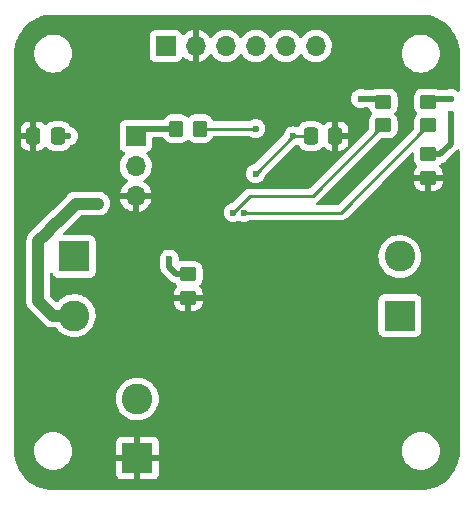
<source format=gbl>
G04 #@! TF.GenerationSoftware,KiCad,Pcbnew,(6.0.7)*
G04 #@! TF.CreationDate,2022-08-26T11:00:59+03:00*
G04 #@! TF.ProjectId,DiLight_1.1,44694c69-6768-4745-9f31-2e312e6b6963,rev?*
G04 #@! TF.SameCoordinates,Original*
G04 #@! TF.FileFunction,Copper,L2,Bot*
G04 #@! TF.FilePolarity,Positive*
%FSLAX46Y46*%
G04 Gerber Fmt 4.6, Leading zero omitted, Abs format (unit mm)*
G04 Created by KiCad (PCBNEW (6.0.7)) date 2022-08-26 11:00:59*
%MOMM*%
%LPD*%
G01*
G04 APERTURE LIST*
G04 Aperture macros list*
%AMRoundRect*
0 Rectangle with rounded corners*
0 $1 Rounding radius*
0 $2 $3 $4 $5 $6 $7 $8 $9 X,Y pos of 4 corners*
0 Add a 4 corners polygon primitive as box body*
4,1,4,$2,$3,$4,$5,$6,$7,$8,$9,$2,$3,0*
0 Add four circle primitives for the rounded corners*
1,1,$1+$1,$2,$3*
1,1,$1+$1,$4,$5*
1,1,$1+$1,$6,$7*
1,1,$1+$1,$8,$9*
0 Add four rect primitives between the rounded corners*
20,1,$1+$1,$2,$3,$4,$5,0*
20,1,$1+$1,$4,$5,$6,$7,0*
20,1,$1+$1,$6,$7,$8,$9,0*
20,1,$1+$1,$8,$9,$2,$3,0*%
G04 Aperture macros list end*
G04 #@! TA.AperFunction,ComponentPad*
%ADD10R,1.700000X1.700000*%
G04 #@! TD*
G04 #@! TA.AperFunction,ComponentPad*
%ADD11O,1.700000X1.700000*%
G04 #@! TD*
G04 #@! TA.AperFunction,ComponentPad*
%ADD12R,2.600000X2.600000*%
G04 #@! TD*
G04 #@! TA.AperFunction,ComponentPad*
%ADD13C,2.600000*%
G04 #@! TD*
G04 #@! TA.AperFunction,SMDPad,CuDef*
%ADD14RoundRect,0.250000X-0.450000X0.350000X-0.450000X-0.350000X0.450000X-0.350000X0.450000X0.350000X0*%
G04 #@! TD*
G04 #@! TA.AperFunction,SMDPad,CuDef*
%ADD15RoundRect,0.250000X-0.337500X-0.475000X0.337500X-0.475000X0.337500X0.475000X-0.337500X0.475000X0*%
G04 #@! TD*
G04 #@! TA.AperFunction,SMDPad,CuDef*
%ADD16RoundRect,0.250000X0.337500X0.475000X-0.337500X0.475000X-0.337500X-0.475000X0.337500X-0.475000X0*%
G04 #@! TD*
G04 #@! TA.AperFunction,SMDPad,CuDef*
%ADD17RoundRect,0.250000X0.450000X-0.350000X0.450000X0.350000X-0.450000X0.350000X-0.450000X-0.350000X0*%
G04 #@! TD*
G04 #@! TA.AperFunction,SMDPad,CuDef*
%ADD18RoundRect,0.250000X-0.350000X-0.450000X0.350000X-0.450000X0.350000X0.450000X-0.350000X0.450000X0*%
G04 #@! TD*
G04 #@! TA.AperFunction,ViaPad*
%ADD19C,0.600000*%
G04 #@! TD*
G04 #@! TA.AperFunction,Conductor*
%ADD20C,0.250000*%
G04 #@! TD*
G04 #@! TA.AperFunction,Conductor*
%ADD21C,0.500000*%
G04 #@! TD*
G04 #@! TA.AperFunction,Conductor*
%ADD22C,1.000000*%
G04 #@! TD*
G04 APERTURE END LIST*
D10*
X26670000Y-16510000D03*
D11*
X29210000Y-16510000D03*
X31750000Y-16510000D03*
X34290000Y-16510000D03*
X36830000Y-16510000D03*
X39370000Y-16510000D03*
D10*
X24130000Y-24130000D03*
D11*
X24130000Y-26670000D03*
X24130000Y-29210000D03*
D12*
X18915000Y-34330000D03*
D13*
X18915000Y-39330000D03*
D12*
X46490000Y-39330000D03*
D13*
X46490000Y-34330000D03*
D12*
X24265000Y-51395000D03*
D13*
X24265000Y-46395000D03*
D14*
X28575000Y-35830000D03*
X28575000Y-37830000D03*
D15*
X38967500Y-24130000D03*
X41042500Y-24130000D03*
D16*
X17547500Y-24130000D03*
X15472500Y-24130000D03*
D14*
X48895000Y-25670000D03*
X48895000Y-27670000D03*
X48895000Y-21225000D03*
X48895000Y-23225000D03*
D17*
X45085000Y-23225000D03*
X45085000Y-21225000D03*
D18*
X27575000Y-23495000D03*
X29575000Y-23495000D03*
D19*
X37465000Y-24130000D03*
X34290000Y-27305000D03*
X15875000Y-44450000D03*
X39370000Y-33020000D03*
X26974621Y-39057258D03*
X20955000Y-24765000D03*
X35560000Y-43815000D03*
X41910000Y-38100000D03*
X20955000Y-15875000D03*
X14605000Y-48260000D03*
X26035000Y-33020000D03*
X48260000Y-46355000D03*
X22225000Y-14605000D03*
X19685000Y-17145000D03*
X24130000Y-38735000D03*
X20955000Y-23495000D03*
X24765000Y-14605000D03*
X24130000Y-31750000D03*
X36830000Y-47625000D03*
X27305000Y-33020000D03*
X45720000Y-46355000D03*
X22225000Y-17145000D03*
X23495000Y-38100000D03*
X22225000Y-39370000D03*
X17145000Y-48260000D03*
X17145000Y-43180000D03*
X26035000Y-39370000D03*
X41275000Y-31750000D03*
X27360679Y-39805207D03*
X41275000Y-39370000D03*
X19685000Y-22860000D03*
X14605000Y-45720000D03*
X23495000Y-39370000D03*
X26670000Y-31750000D03*
X15471643Y-25350936D03*
X27940000Y-31750000D03*
X34290000Y-45085000D03*
X43815000Y-36830000D03*
X42545000Y-39370000D03*
X35560000Y-46355000D03*
X26035000Y-38735000D03*
X22225000Y-38100000D03*
X23495000Y-15875000D03*
X36830000Y-33020000D03*
X40640000Y-33020000D03*
X31245000Y-27940000D03*
X17145000Y-45720000D03*
X50800000Y-48895000D03*
X38100000Y-43815000D03*
X49530000Y-47625000D03*
X36830000Y-45085000D03*
X19685000Y-24130000D03*
X38100000Y-48895000D03*
X24765000Y-33020000D03*
X38100000Y-46355000D03*
X21590000Y-37465000D03*
X22225000Y-36830000D03*
X50800000Y-46355000D03*
X45720000Y-48895000D03*
X24765000Y-17145000D03*
X38100000Y-33020000D03*
X19685000Y-25400000D03*
X15875000Y-46990000D03*
X40005000Y-31750000D03*
X42545000Y-36830000D03*
X48260000Y-48260000D03*
X43180000Y-38100000D03*
X20955000Y-36830000D03*
X28567500Y-27707500D03*
X14605000Y-43180000D03*
X25400000Y-31750000D03*
X33020000Y-43815000D03*
X38735000Y-31750000D03*
X17780000Y-36830000D03*
X19685000Y-14605000D03*
X46990000Y-47625000D03*
X18415000Y-24130000D03*
X20320000Y-29845000D03*
X16510000Y-32385000D03*
X17145000Y-31750000D03*
X19685000Y-29845000D03*
X17780000Y-31115000D03*
X20955000Y-29845000D03*
X50800000Y-22225000D03*
X50800000Y-20955000D03*
X43180000Y-20955000D03*
X34290000Y-23495000D03*
X33294595Y-30610882D03*
X32394248Y-30606311D03*
X26972040Y-34552490D03*
D20*
X37465000Y-24130000D02*
X38967500Y-24130000D01*
X34290000Y-27305000D02*
X37465000Y-24130000D01*
D21*
X15472500Y-24130000D02*
X15472500Y-25350079D01*
X15472500Y-25350079D02*
X15471643Y-25350936D01*
X18415000Y-24130000D02*
X17547500Y-24130000D01*
X27575000Y-23495000D02*
X24765000Y-23495000D01*
X24765000Y-23495000D02*
X24130000Y-24130000D01*
D22*
X20320000Y-29845000D02*
X20955000Y-29845000D01*
X15875000Y-38100000D02*
X15875000Y-33020000D01*
X19050000Y-29845000D02*
X19685000Y-29845000D01*
X17145000Y-31750000D02*
X17780000Y-31115000D01*
X18915000Y-39330000D02*
X17105000Y-39330000D01*
X17105000Y-39330000D02*
X15875000Y-38100000D01*
X17780000Y-31115000D02*
X19050000Y-29845000D01*
X19685000Y-29845000D02*
X20320000Y-29845000D01*
X16510000Y-32385000D02*
X17145000Y-31750000D01*
X15875000Y-33020000D02*
X16510000Y-32385000D01*
D21*
X50800000Y-24765000D02*
X49895000Y-25670000D01*
X50800000Y-22225000D02*
X50800000Y-24765000D01*
X49895000Y-25670000D02*
X48895000Y-25670000D01*
X49165000Y-20955000D02*
X48895000Y-21225000D01*
X50800000Y-20955000D02*
X49165000Y-20955000D01*
X44815000Y-20955000D02*
X45085000Y-21225000D01*
X43180000Y-20955000D02*
X44815000Y-20955000D01*
D20*
X29575000Y-23495000D02*
X34290000Y-23495000D01*
X33294595Y-30610882D02*
X41509118Y-30610882D01*
X41509118Y-30610882D02*
X48895000Y-23225000D01*
X33790559Y-29210000D02*
X39100000Y-29210000D01*
X32394248Y-30606311D02*
X33790559Y-29210000D01*
X39100000Y-29210000D02*
X45085000Y-23225000D01*
D21*
X26972040Y-34552490D02*
X26972040Y-35227040D01*
X27575000Y-35830000D02*
X28575000Y-35830000D01*
X26972040Y-35227040D02*
X27575000Y-35830000D01*
G04 #@! TA.AperFunction,Conductor*
G36*
X48230018Y-13845000D02*
G01*
X48244851Y-13847310D01*
X48244855Y-13847310D01*
X48253724Y-13848691D01*
X48272436Y-13846244D01*
X48295366Y-13845353D01*
X48598503Y-13861240D01*
X48611617Y-13862618D01*
X48939898Y-13914613D01*
X48952798Y-13917355D01*
X49273846Y-14003379D01*
X49286382Y-14007453D01*
X49557468Y-14111513D01*
X49596672Y-14126562D01*
X49608720Y-14131926D01*
X49904867Y-14282820D01*
X49916288Y-14289414D01*
X50195040Y-14470437D01*
X50205710Y-14478190D01*
X50464004Y-14687352D01*
X50473805Y-14696177D01*
X50708823Y-14931195D01*
X50717648Y-14940996D01*
X50926810Y-15199290D01*
X50934563Y-15209960D01*
X51115586Y-15488712D01*
X51122180Y-15500133D01*
X51273074Y-15796280D01*
X51278438Y-15808328D01*
X51379155Y-16070702D01*
X51397545Y-16118610D01*
X51401620Y-16131152D01*
X51420293Y-16200838D01*
X51487645Y-16452202D01*
X51490387Y-16465102D01*
X51507515Y-16573240D01*
X51542382Y-16793383D01*
X51543760Y-16806500D01*
X51559262Y-17102298D01*
X51557935Y-17128273D01*
X51557691Y-17129843D01*
X51557691Y-17129849D01*
X51556309Y-17138724D01*
X51557473Y-17147626D01*
X51557473Y-17147628D01*
X51559398Y-17162344D01*
X51560316Y-17169362D01*
X51560436Y-17170283D01*
X51561500Y-17186621D01*
X51561500Y-20268667D01*
X51541498Y-20336788D01*
X51487842Y-20383281D01*
X51417568Y-20393385D01*
X51352988Y-20363891D01*
X51346094Y-20357451D01*
X51314778Y-20325915D01*
X51314774Y-20325912D01*
X51309815Y-20320918D01*
X51298697Y-20313862D01*
X51227480Y-20268667D01*
X51156666Y-20223727D01*
X51127463Y-20213328D01*
X50992425Y-20165243D01*
X50992420Y-20165242D01*
X50985790Y-20162881D01*
X50978802Y-20162048D01*
X50978799Y-20162047D01*
X50855698Y-20147368D01*
X50805680Y-20141404D01*
X50798677Y-20142140D01*
X50798676Y-20142140D01*
X50632288Y-20159628D01*
X50632286Y-20159629D01*
X50625288Y-20160364D01*
X50547852Y-20186725D01*
X50538884Y-20189778D01*
X50498279Y-20196500D01*
X49722862Y-20196500D01*
X49671270Y-20185062D01*
X49667738Y-20182885D01*
X49614549Y-20165243D01*
X49506389Y-20129368D01*
X49506387Y-20129368D01*
X49499861Y-20127203D01*
X49493025Y-20126503D01*
X49493022Y-20126502D01*
X49449969Y-20122091D01*
X49395400Y-20116500D01*
X48394600Y-20116500D01*
X48391354Y-20116837D01*
X48391350Y-20116837D01*
X48295692Y-20126762D01*
X48295688Y-20126763D01*
X48288834Y-20127474D01*
X48282298Y-20129655D01*
X48282296Y-20129655D01*
X48175627Y-20165243D01*
X48121054Y-20183450D01*
X47970652Y-20276522D01*
X47845695Y-20401697D01*
X47752885Y-20552262D01*
X47697203Y-20720139D01*
X47686500Y-20824600D01*
X47686500Y-21625400D01*
X47686837Y-21628646D01*
X47686837Y-21628650D01*
X47696281Y-21719667D01*
X47697474Y-21731166D01*
X47753450Y-21898946D01*
X47846522Y-22049348D01*
X47851704Y-22054521D01*
X47933109Y-22135784D01*
X47967188Y-22198066D01*
X47962185Y-22268886D01*
X47933264Y-22313975D01*
X47896722Y-22350581D01*
X47845695Y-22401697D01*
X47841855Y-22407927D01*
X47841854Y-22407928D01*
X47764596Y-22533264D01*
X47752885Y-22552262D01*
X47746439Y-22571697D01*
X47709807Y-22682140D01*
X47697203Y-22720139D01*
X47696503Y-22726975D01*
X47696502Y-22726978D01*
X47695145Y-22740222D01*
X47686500Y-22824600D01*
X47686500Y-23485405D01*
X47666498Y-23553526D01*
X47649595Y-23574500D01*
X41283618Y-29940477D01*
X41221306Y-29974503D01*
X41194523Y-29977382D01*
X39509352Y-29977382D01*
X39441231Y-29957380D01*
X39394738Y-29903724D01*
X39384634Y-29833450D01*
X39414128Y-29768870D01*
X39435294Y-29749444D01*
X39443389Y-29743563D01*
X39453307Y-29737048D01*
X39484535Y-29718580D01*
X39484538Y-29718578D01*
X39491362Y-29714542D01*
X39505683Y-29700221D01*
X39520717Y-29687380D01*
X39530694Y-29680131D01*
X39537107Y-29675472D01*
X39565298Y-29641395D01*
X39573288Y-29632616D01*
X44835499Y-24370405D01*
X44897811Y-24336379D01*
X44924594Y-24333500D01*
X45585400Y-24333500D01*
X45588646Y-24333163D01*
X45588650Y-24333163D01*
X45684308Y-24323238D01*
X45684312Y-24323237D01*
X45691166Y-24322526D01*
X45697702Y-24320345D01*
X45697704Y-24320345D01*
X45851998Y-24268868D01*
X45858946Y-24266550D01*
X46009348Y-24173478D01*
X46033716Y-24149068D01*
X46129134Y-24053483D01*
X46134305Y-24048303D01*
X46227115Y-23897738D01*
X46282797Y-23729861D01*
X46293500Y-23625400D01*
X46293500Y-22824600D01*
X46288979Y-22781029D01*
X46283238Y-22725692D01*
X46283237Y-22725688D01*
X46282526Y-22718834D01*
X46276926Y-22702047D01*
X46228868Y-22558002D01*
X46226550Y-22551054D01*
X46133478Y-22400652D01*
X46046891Y-22314216D01*
X46012812Y-22251934D01*
X46017815Y-22181114D01*
X46046736Y-22136025D01*
X46129134Y-22053483D01*
X46134305Y-22048303D01*
X46227115Y-21897738D01*
X46270213Y-21767800D01*
X46280632Y-21736389D01*
X46280632Y-21736387D01*
X46282797Y-21729861D01*
X46283842Y-21719667D01*
X46293172Y-21628598D01*
X46293500Y-21625400D01*
X46293500Y-20824600D01*
X46282526Y-20718834D01*
X46226550Y-20551054D01*
X46133478Y-20400652D01*
X46008303Y-20275695D01*
X45996902Y-20268667D01*
X45863968Y-20186725D01*
X45863966Y-20186724D01*
X45857738Y-20182885D01*
X45777995Y-20156436D01*
X45696389Y-20129368D01*
X45696387Y-20129368D01*
X45689861Y-20127203D01*
X45683025Y-20126503D01*
X45683022Y-20126502D01*
X45639969Y-20122091D01*
X45585400Y-20116500D01*
X44584600Y-20116500D01*
X44581354Y-20116837D01*
X44581350Y-20116837D01*
X44485692Y-20126762D01*
X44485688Y-20126763D01*
X44478834Y-20127474D01*
X44472298Y-20129655D01*
X44472296Y-20129655D01*
X44317998Y-20181133D01*
X44317996Y-20181134D01*
X44311054Y-20183450D01*
X44308406Y-20185089D01*
X44257144Y-20196500D01*
X43481966Y-20196500D01*
X43439699Y-20189199D01*
X43432752Y-20186725D01*
X43414790Y-20180329D01*
X43372424Y-20165243D01*
X43372422Y-20165242D01*
X43365790Y-20162881D01*
X43358802Y-20162048D01*
X43358799Y-20162047D01*
X43235698Y-20147368D01*
X43185680Y-20141404D01*
X43178677Y-20142140D01*
X43178676Y-20142140D01*
X43012288Y-20159628D01*
X43012286Y-20159629D01*
X43005288Y-20160364D01*
X42833579Y-20218818D01*
X42827575Y-20222512D01*
X42685095Y-20310166D01*
X42685092Y-20310168D01*
X42679088Y-20313862D01*
X42674053Y-20318793D01*
X42674050Y-20318795D01*
X42590461Y-20400652D01*
X42549493Y-20440771D01*
X42451235Y-20593238D01*
X42448826Y-20599858D01*
X42448824Y-20599861D01*
X42403025Y-20725692D01*
X42389197Y-20763685D01*
X42366463Y-20943640D01*
X42384163Y-21124160D01*
X42441418Y-21296273D01*
X42535380Y-21451424D01*
X42661382Y-21581902D01*
X42813159Y-21681222D01*
X42819763Y-21683678D01*
X42819765Y-21683679D01*
X42976558Y-21741990D01*
X42976560Y-21741990D01*
X42983168Y-21744448D01*
X43066995Y-21755633D01*
X43155980Y-21767507D01*
X43155984Y-21767507D01*
X43162961Y-21768438D01*
X43169972Y-21767800D01*
X43169976Y-21767800D01*
X43312459Y-21754832D01*
X43343600Y-21751998D01*
X43350302Y-21749820D01*
X43350304Y-21749820D01*
X43443105Y-21719667D01*
X43482041Y-21713500D01*
X43790789Y-21713500D01*
X43858910Y-21733502D01*
X43905403Y-21787158D01*
X43910312Y-21799623D01*
X43934943Y-21873448D01*
X43943450Y-21898946D01*
X44036522Y-22049348D01*
X44041704Y-22054521D01*
X44123109Y-22135784D01*
X44157188Y-22198066D01*
X44152185Y-22268886D01*
X44123264Y-22313975D01*
X44086722Y-22350581D01*
X44035695Y-22401697D01*
X44031855Y-22407927D01*
X44031854Y-22407928D01*
X43954596Y-22533264D01*
X43942885Y-22552262D01*
X43936439Y-22571697D01*
X43899807Y-22682140D01*
X43887203Y-22720139D01*
X43886503Y-22726975D01*
X43886502Y-22726978D01*
X43885145Y-22740222D01*
X43876500Y-22824600D01*
X43876500Y-23485405D01*
X43856498Y-23553526D01*
X43839595Y-23574500D01*
X38874500Y-28539595D01*
X38812188Y-28573621D01*
X38785405Y-28576500D01*
X33869326Y-28576500D01*
X33858143Y-28575973D01*
X33850650Y-28574298D01*
X33842724Y-28574547D01*
X33842723Y-28574547D01*
X33782560Y-28576438D01*
X33778602Y-28576500D01*
X33750703Y-28576500D01*
X33746713Y-28577004D01*
X33734879Y-28577936D01*
X33690670Y-28579326D01*
X33683056Y-28581538D01*
X33683051Y-28581539D01*
X33671218Y-28584977D01*
X33651855Y-28588988D01*
X33631762Y-28591526D01*
X33624395Y-28594443D01*
X33624390Y-28594444D01*
X33590651Y-28607802D01*
X33579424Y-28611646D01*
X33536966Y-28623982D01*
X33530140Y-28628019D01*
X33519531Y-28634293D01*
X33501783Y-28642988D01*
X33482942Y-28650448D01*
X33476526Y-28655110D01*
X33476525Y-28655110D01*
X33447172Y-28676436D01*
X33437252Y-28682952D01*
X33406024Y-28701420D01*
X33406021Y-28701422D01*
X33399197Y-28705458D01*
X33384876Y-28719779D01*
X33369843Y-28732619D01*
X33353452Y-28744528D01*
X33325261Y-28778605D01*
X33317271Y-28787384D01*
X32333156Y-29771498D01*
X32270844Y-29805524D01*
X32257234Y-29807713D01*
X32248458Y-29808635D01*
X32226536Y-29810939D01*
X32226534Y-29810939D01*
X32219536Y-29811675D01*
X32047827Y-29870129D01*
X32041823Y-29873823D01*
X31899343Y-29961477D01*
X31899340Y-29961479D01*
X31893336Y-29965173D01*
X31888301Y-29970104D01*
X31888298Y-29970106D01*
X31801962Y-30054653D01*
X31763741Y-30092082D01*
X31665483Y-30244549D01*
X31663074Y-30251169D01*
X31663072Y-30251172D01*
X31606627Y-30406254D01*
X31603445Y-30414996D01*
X31580711Y-30594951D01*
X31598411Y-30775471D01*
X31655666Y-30947584D01*
X31659313Y-30953606D01*
X31659314Y-30953608D01*
X31744392Y-31094089D01*
X31749628Y-31102735D01*
X31754517Y-31107798D01*
X31754518Y-31107799D01*
X31822203Y-31177888D01*
X31875630Y-31233213D01*
X31895683Y-31246335D01*
X32010020Y-31321155D01*
X32027407Y-31332533D01*
X32034011Y-31334989D01*
X32034013Y-31334990D01*
X32190806Y-31393301D01*
X32190808Y-31393301D01*
X32197416Y-31395759D01*
X32271934Y-31405702D01*
X32370228Y-31418818D01*
X32370232Y-31418818D01*
X32377209Y-31419749D01*
X32384220Y-31419111D01*
X32384224Y-31419111D01*
X32531554Y-31405702D01*
X32557848Y-31403309D01*
X32564550Y-31401131D01*
X32564552Y-31401131D01*
X32723657Y-31349435D01*
X32723660Y-31349434D01*
X32730356Y-31347258D01*
X32774145Y-31321155D01*
X32842898Y-31303455D01*
X32907654Y-31323952D01*
X32921856Y-31333245D01*
X32921859Y-31333247D01*
X32927754Y-31337104D01*
X32934358Y-31339560D01*
X33091153Y-31397872D01*
X33091155Y-31397872D01*
X33097763Y-31400330D01*
X33181590Y-31411515D01*
X33270575Y-31423389D01*
X33270579Y-31423389D01*
X33277556Y-31424320D01*
X33284567Y-31423682D01*
X33284571Y-31423682D01*
X33427054Y-31410714D01*
X33458195Y-31407880D01*
X33464897Y-31405702D01*
X33464899Y-31405702D01*
X33624004Y-31354006D01*
X33624007Y-31354005D01*
X33630703Y-31351829D01*
X33781135Y-31262153D01*
X33845653Y-31244382D01*
X41430351Y-31244382D01*
X41441534Y-31244909D01*
X41449027Y-31246584D01*
X41456953Y-31246335D01*
X41456954Y-31246335D01*
X41517104Y-31244444D01*
X41521063Y-31244382D01*
X41548974Y-31244382D01*
X41552909Y-31243885D01*
X41552974Y-31243877D01*
X41564811Y-31242944D01*
X41597069Y-31241930D01*
X41601088Y-31241804D01*
X41609007Y-31241555D01*
X41628461Y-31235903D01*
X41647818Y-31231895D01*
X41660048Y-31230350D01*
X41660049Y-31230350D01*
X41667915Y-31229356D01*
X41675286Y-31226437D01*
X41675288Y-31226437D01*
X41709030Y-31213078D01*
X41720260Y-31209233D01*
X41755101Y-31199111D01*
X41755102Y-31199111D01*
X41762711Y-31196900D01*
X41769530Y-31192867D01*
X41769535Y-31192865D01*
X41780146Y-31186589D01*
X41797894Y-31177894D01*
X41816735Y-31170434D01*
X41852505Y-31144446D01*
X41862425Y-31137930D01*
X41893653Y-31119462D01*
X41893656Y-31119460D01*
X41900480Y-31115424D01*
X41914801Y-31101103D01*
X41929835Y-31088262D01*
X41939812Y-31081013D01*
X41946225Y-31076354D01*
X41974416Y-31042277D01*
X41982406Y-31033498D01*
X44948809Y-28067095D01*
X47687001Y-28067095D01*
X47687338Y-28073614D01*
X47697257Y-28169206D01*
X47700149Y-28182600D01*
X47751588Y-28336784D01*
X47757761Y-28349962D01*
X47843063Y-28487807D01*
X47852099Y-28499208D01*
X47966829Y-28613739D01*
X47978240Y-28622751D01*
X48116243Y-28707816D01*
X48129424Y-28713963D01*
X48283710Y-28765138D01*
X48297086Y-28768005D01*
X48391438Y-28777672D01*
X48397854Y-28778000D01*
X48622885Y-28778000D01*
X48638124Y-28773525D01*
X48639329Y-28772135D01*
X48641000Y-28764452D01*
X48641000Y-28759884D01*
X49149000Y-28759884D01*
X49153475Y-28775123D01*
X49154865Y-28776328D01*
X49162548Y-28777999D01*
X49392095Y-28777999D01*
X49398614Y-28777662D01*
X49494206Y-28767743D01*
X49507600Y-28764851D01*
X49661784Y-28713412D01*
X49674962Y-28707239D01*
X49812807Y-28621937D01*
X49824208Y-28612901D01*
X49938739Y-28498171D01*
X49947751Y-28486760D01*
X50032816Y-28348757D01*
X50038963Y-28335576D01*
X50090138Y-28181290D01*
X50093005Y-28167914D01*
X50102672Y-28073562D01*
X50103000Y-28067146D01*
X50103000Y-27942115D01*
X50098525Y-27926876D01*
X50097135Y-27925671D01*
X50089452Y-27924000D01*
X49167115Y-27924000D01*
X49151876Y-27928475D01*
X49150671Y-27929865D01*
X49149000Y-27937548D01*
X49149000Y-28759884D01*
X48641000Y-28759884D01*
X48641000Y-27942115D01*
X48636525Y-27926876D01*
X48635135Y-27925671D01*
X48627452Y-27924000D01*
X47705116Y-27924000D01*
X47689877Y-27928475D01*
X47688672Y-27929865D01*
X47687001Y-27937548D01*
X47687001Y-28067095D01*
X44948809Y-28067095D01*
X47471405Y-25544499D01*
X47533717Y-25510473D01*
X47604532Y-25515538D01*
X47661368Y-25558085D01*
X47686179Y-25624605D01*
X47686500Y-25633594D01*
X47686500Y-26070400D01*
X47697474Y-26176166D01*
X47699655Y-26182702D01*
X47699655Y-26182704D01*
X47724061Y-26255856D01*
X47753450Y-26343946D01*
X47846522Y-26494348D01*
X47851704Y-26499521D01*
X47933463Y-26581138D01*
X47967542Y-26643421D01*
X47962539Y-26714241D01*
X47933618Y-26759329D01*
X47851261Y-26841829D01*
X47842249Y-26853240D01*
X47757184Y-26991243D01*
X47751037Y-27004424D01*
X47699862Y-27158710D01*
X47696995Y-27172086D01*
X47687328Y-27266438D01*
X47687000Y-27272855D01*
X47687000Y-27397885D01*
X47691475Y-27413124D01*
X47692865Y-27414329D01*
X47700548Y-27416000D01*
X50084884Y-27416000D01*
X50100123Y-27411525D01*
X50101328Y-27410135D01*
X50102999Y-27402452D01*
X50102999Y-27272905D01*
X50102662Y-27266386D01*
X50092743Y-27170794D01*
X50089851Y-27157400D01*
X50038412Y-27003216D01*
X50032239Y-26990038D01*
X49946937Y-26852193D01*
X49937901Y-26840792D01*
X49856538Y-26759570D01*
X49822459Y-26697287D01*
X49827462Y-26626467D01*
X49856383Y-26581380D01*
X49939130Y-26498488D01*
X49939134Y-26498483D01*
X49944305Y-26493303D01*
X49948148Y-26487069D01*
X49954371Y-26476974D01*
X50007144Y-26429481D01*
X50036941Y-26419533D01*
X50037338Y-26419454D01*
X50044637Y-26418860D01*
X50051601Y-26416604D01*
X50057571Y-26415411D01*
X50063418Y-26414029D01*
X50070681Y-26413182D01*
X50139327Y-26388265D01*
X50143455Y-26386848D01*
X50205936Y-26366607D01*
X50205938Y-26366606D01*
X50212899Y-26364351D01*
X50219154Y-26360555D01*
X50224628Y-26358049D01*
X50230058Y-26355330D01*
X50236937Y-26352833D01*
X50297976Y-26312814D01*
X50301680Y-26310477D01*
X50364107Y-26272595D01*
X50372484Y-26265197D01*
X50372508Y-26265224D01*
X50375500Y-26262571D01*
X50378733Y-26259868D01*
X50384852Y-26255856D01*
X50438128Y-26199617D01*
X50440506Y-26197175D01*
X51288911Y-25348770D01*
X51303323Y-25336384D01*
X51314918Y-25327851D01*
X51314923Y-25327846D01*
X51320818Y-25323508D01*
X51339477Y-25301545D01*
X51398823Y-25262582D01*
X51469816Y-25261889D01*
X51529914Y-25299688D01*
X51560036Y-25363977D01*
X51561500Y-25383126D01*
X51561500Y-50750633D01*
X51560000Y-50770018D01*
X51557690Y-50784851D01*
X51557690Y-50784855D01*
X51556309Y-50793724D01*
X51557775Y-50804930D01*
X51558756Y-50812433D01*
X51559647Y-50835366D01*
X51543780Y-51138124D01*
X51543760Y-51138501D01*
X51542382Y-51151617D01*
X51490387Y-51479898D01*
X51487645Y-51492798D01*
X51419164Y-51748376D01*
X51401621Y-51813846D01*
X51397547Y-51826382D01*
X51337398Y-51983076D01*
X51278438Y-52136672D01*
X51273074Y-52148720D01*
X51122180Y-52444867D01*
X51115586Y-52456288D01*
X50934563Y-52735040D01*
X50926810Y-52745710D01*
X50717648Y-53004004D01*
X50708823Y-53013805D01*
X50473805Y-53248823D01*
X50464004Y-53257648D01*
X50205710Y-53466810D01*
X50195040Y-53474563D01*
X49916288Y-53655586D01*
X49904867Y-53662180D01*
X49608720Y-53813074D01*
X49596671Y-53818438D01*
X49286382Y-53937547D01*
X49273846Y-53941621D01*
X48952798Y-54027645D01*
X48939898Y-54030387D01*
X48611617Y-54082382D01*
X48598501Y-54083760D01*
X48564848Y-54085524D01*
X48302702Y-54099262D01*
X48276727Y-54097935D01*
X48275157Y-54097691D01*
X48275151Y-54097691D01*
X48266276Y-54096309D01*
X48257374Y-54097473D01*
X48257372Y-54097473D01*
X48242323Y-54099441D01*
X48234714Y-54100436D01*
X48218379Y-54101500D01*
X17194367Y-54101500D01*
X17174982Y-54100000D01*
X17160149Y-54097690D01*
X17160145Y-54097690D01*
X17151276Y-54096309D01*
X17132564Y-54098756D01*
X17109634Y-54099647D01*
X16806497Y-54083760D01*
X16793383Y-54082382D01*
X16465102Y-54030387D01*
X16452202Y-54027645D01*
X16131154Y-53941621D01*
X16118618Y-53937547D01*
X15808329Y-53818438D01*
X15796280Y-53813074D01*
X15500133Y-53662180D01*
X15488712Y-53655586D01*
X15209960Y-53474563D01*
X15199290Y-53466810D01*
X14940996Y-53257648D01*
X14931195Y-53248823D01*
X14696177Y-53013805D01*
X14687352Y-53004004D01*
X14478190Y-52745710D01*
X14473801Y-52739669D01*
X22457001Y-52739669D01*
X22457371Y-52746490D01*
X22462895Y-52797352D01*
X22466521Y-52812604D01*
X22511676Y-52933054D01*
X22520214Y-52948649D01*
X22596715Y-53050724D01*
X22609276Y-53063285D01*
X22711351Y-53139786D01*
X22726946Y-53148324D01*
X22847394Y-53193478D01*
X22862649Y-53197105D01*
X22913514Y-53202631D01*
X22920328Y-53203000D01*
X23992885Y-53203000D01*
X24008124Y-53198525D01*
X24009329Y-53197135D01*
X24011000Y-53189452D01*
X24011000Y-53184884D01*
X24519000Y-53184884D01*
X24523475Y-53200123D01*
X24524865Y-53201328D01*
X24532548Y-53202999D01*
X25609669Y-53202999D01*
X25616490Y-53202629D01*
X25667352Y-53197105D01*
X25682604Y-53193479D01*
X25803054Y-53148324D01*
X25818649Y-53139786D01*
X25920724Y-53063285D01*
X25933285Y-53050724D01*
X26009786Y-52948649D01*
X26018324Y-52933054D01*
X26063478Y-52812606D01*
X26067105Y-52797351D01*
X26072631Y-52746486D01*
X26073000Y-52739672D01*
X26073000Y-51667115D01*
X26068525Y-51651876D01*
X26067135Y-51650671D01*
X26059452Y-51649000D01*
X24537115Y-51649000D01*
X24521876Y-51653475D01*
X24520671Y-51654865D01*
X24519000Y-51662548D01*
X24519000Y-53184884D01*
X24011000Y-53184884D01*
X24011000Y-51667115D01*
X24006525Y-51651876D01*
X24005135Y-51650671D01*
X23997452Y-51649000D01*
X22475116Y-51649000D01*
X22459877Y-51653475D01*
X22458672Y-51654865D01*
X22457001Y-51662548D01*
X22457001Y-52739669D01*
X14473801Y-52739669D01*
X14470437Y-52735040D01*
X14289414Y-52456288D01*
X14282820Y-52444867D01*
X14131926Y-52148720D01*
X14126562Y-52136672D01*
X14067602Y-51983076D01*
X14007453Y-51826382D01*
X14003379Y-51813846D01*
X13985837Y-51748376D01*
X13917355Y-51492798D01*
X13914613Y-51479898D01*
X13862618Y-51151617D01*
X13861240Y-51138501D01*
X13861220Y-51138124D01*
X13845932Y-50846413D01*
X13847506Y-50818910D01*
X13847770Y-50817341D01*
X13848576Y-50812552D01*
X13848729Y-50800000D01*
X15531526Y-50800000D01*
X15551391Y-51052403D01*
X15552545Y-51057210D01*
X15552546Y-51057216D01*
X15575210Y-51151617D01*
X15610495Y-51298591D01*
X15612388Y-51303162D01*
X15612389Y-51303164D01*
X15685595Y-51479898D01*
X15707384Y-51532502D01*
X15839672Y-51748376D01*
X16004102Y-51940898D01*
X16196624Y-52105328D01*
X16412498Y-52237616D01*
X16417068Y-52239509D01*
X16417072Y-52239511D01*
X16641836Y-52332611D01*
X16646409Y-52334505D01*
X16731032Y-52354821D01*
X16887784Y-52392454D01*
X16887790Y-52392455D01*
X16892597Y-52393609D01*
X16992416Y-52401465D01*
X17079345Y-52408307D01*
X17079352Y-52408307D01*
X17081801Y-52408500D01*
X17208199Y-52408500D01*
X17210648Y-52408307D01*
X17210655Y-52408307D01*
X17297584Y-52401465D01*
X17397403Y-52393609D01*
X17402210Y-52392455D01*
X17402216Y-52392454D01*
X17558968Y-52354821D01*
X17643591Y-52334505D01*
X17648164Y-52332611D01*
X17872928Y-52239511D01*
X17872932Y-52239509D01*
X17877502Y-52237616D01*
X18093376Y-52105328D01*
X18285898Y-51940898D01*
X18450328Y-51748376D01*
X18582616Y-51532502D01*
X18604406Y-51479898D01*
X18677611Y-51303164D01*
X18677612Y-51303162D01*
X18679505Y-51298591D01*
X18714790Y-51151617D01*
X18721688Y-51122885D01*
X22457000Y-51122885D01*
X22461475Y-51138124D01*
X22462865Y-51139329D01*
X22470548Y-51141000D01*
X23992885Y-51141000D01*
X24008124Y-51136525D01*
X24009329Y-51135135D01*
X24011000Y-51127452D01*
X24011000Y-51122885D01*
X24519000Y-51122885D01*
X24523475Y-51138124D01*
X24524865Y-51139329D01*
X24532548Y-51141000D01*
X26054884Y-51141000D01*
X26070123Y-51136525D01*
X26071328Y-51135135D01*
X26072999Y-51127452D01*
X26072999Y-50800000D01*
X46646526Y-50800000D01*
X46666391Y-51052403D01*
X46667545Y-51057210D01*
X46667546Y-51057216D01*
X46690210Y-51151617D01*
X46725495Y-51298591D01*
X46727388Y-51303162D01*
X46727389Y-51303164D01*
X46800595Y-51479898D01*
X46822384Y-51532502D01*
X46954672Y-51748376D01*
X47119102Y-51940898D01*
X47311624Y-52105328D01*
X47527498Y-52237616D01*
X47532068Y-52239509D01*
X47532072Y-52239511D01*
X47756836Y-52332611D01*
X47761409Y-52334505D01*
X47846032Y-52354821D01*
X48002784Y-52392454D01*
X48002790Y-52392455D01*
X48007597Y-52393609D01*
X48107416Y-52401465D01*
X48194345Y-52408307D01*
X48194352Y-52408307D01*
X48196801Y-52408500D01*
X48323199Y-52408500D01*
X48325648Y-52408307D01*
X48325655Y-52408307D01*
X48412584Y-52401465D01*
X48512403Y-52393609D01*
X48517210Y-52392455D01*
X48517216Y-52392454D01*
X48673968Y-52354821D01*
X48758591Y-52334505D01*
X48763164Y-52332611D01*
X48987928Y-52239511D01*
X48987932Y-52239509D01*
X48992502Y-52237616D01*
X49208376Y-52105328D01*
X49400898Y-51940898D01*
X49565328Y-51748376D01*
X49697616Y-51532502D01*
X49719406Y-51479898D01*
X49792611Y-51303164D01*
X49792612Y-51303162D01*
X49794505Y-51298591D01*
X49829790Y-51151617D01*
X49852454Y-51057216D01*
X49852455Y-51057210D01*
X49853609Y-51052403D01*
X49873474Y-50800000D01*
X49853609Y-50547597D01*
X49794505Y-50301409D01*
X49697616Y-50067498D01*
X49565328Y-49851624D01*
X49400898Y-49659102D01*
X49208376Y-49494672D01*
X48992502Y-49362384D01*
X48987932Y-49360491D01*
X48987928Y-49360489D01*
X48763164Y-49267389D01*
X48763162Y-49267388D01*
X48758591Y-49265495D01*
X48673968Y-49245179D01*
X48517216Y-49207546D01*
X48517210Y-49207545D01*
X48512403Y-49206391D01*
X48412584Y-49198535D01*
X48325655Y-49191693D01*
X48325648Y-49191693D01*
X48323199Y-49191500D01*
X48196801Y-49191500D01*
X48194352Y-49191693D01*
X48194345Y-49191693D01*
X48107416Y-49198535D01*
X48007597Y-49206391D01*
X48002790Y-49207545D01*
X48002784Y-49207546D01*
X47846032Y-49245179D01*
X47761409Y-49265495D01*
X47756838Y-49267388D01*
X47756836Y-49267389D01*
X47532072Y-49360489D01*
X47532068Y-49360491D01*
X47527498Y-49362384D01*
X47311624Y-49494672D01*
X47119102Y-49659102D01*
X46954672Y-49851624D01*
X46822384Y-50067498D01*
X46725495Y-50301409D01*
X46666391Y-50547597D01*
X46646526Y-50800000D01*
X26072999Y-50800000D01*
X26072999Y-50050331D01*
X26072629Y-50043510D01*
X26067105Y-49992648D01*
X26063479Y-49977396D01*
X26018324Y-49856946D01*
X26009786Y-49841351D01*
X25933285Y-49739276D01*
X25920724Y-49726715D01*
X25818649Y-49650214D01*
X25803054Y-49641676D01*
X25682606Y-49596522D01*
X25667351Y-49592895D01*
X25616486Y-49587369D01*
X25609672Y-49587000D01*
X24537115Y-49587000D01*
X24521876Y-49591475D01*
X24520671Y-49592865D01*
X24519000Y-49600548D01*
X24519000Y-51122885D01*
X24011000Y-51122885D01*
X24011000Y-49605116D01*
X24006525Y-49589877D01*
X24005135Y-49588672D01*
X23997452Y-49587001D01*
X22920331Y-49587001D01*
X22913510Y-49587371D01*
X22862648Y-49592895D01*
X22847396Y-49596521D01*
X22726946Y-49641676D01*
X22711351Y-49650214D01*
X22609276Y-49726715D01*
X22596715Y-49739276D01*
X22520214Y-49841351D01*
X22511676Y-49856946D01*
X22466522Y-49977394D01*
X22462895Y-49992649D01*
X22457369Y-50043514D01*
X22457000Y-50050328D01*
X22457000Y-51122885D01*
X18721688Y-51122885D01*
X18737454Y-51057216D01*
X18737455Y-51057210D01*
X18738609Y-51052403D01*
X18758474Y-50800000D01*
X18738609Y-50547597D01*
X18679505Y-50301409D01*
X18582616Y-50067498D01*
X18450328Y-49851624D01*
X18285898Y-49659102D01*
X18093376Y-49494672D01*
X17877502Y-49362384D01*
X17872932Y-49360491D01*
X17872928Y-49360489D01*
X17648164Y-49267389D01*
X17648162Y-49267388D01*
X17643591Y-49265495D01*
X17558968Y-49245179D01*
X17402216Y-49207546D01*
X17402210Y-49207545D01*
X17397403Y-49206391D01*
X17297584Y-49198535D01*
X17210655Y-49191693D01*
X17210648Y-49191693D01*
X17208199Y-49191500D01*
X17081801Y-49191500D01*
X17079352Y-49191693D01*
X17079345Y-49191693D01*
X16992416Y-49198535D01*
X16892597Y-49206391D01*
X16887790Y-49207545D01*
X16887784Y-49207546D01*
X16731032Y-49245179D01*
X16646409Y-49265495D01*
X16641838Y-49267388D01*
X16641836Y-49267389D01*
X16417072Y-49360489D01*
X16417068Y-49360491D01*
X16412498Y-49362384D01*
X16196624Y-49494672D01*
X16004102Y-49659102D01*
X15839672Y-49851624D01*
X15707384Y-50067498D01*
X15610495Y-50301409D01*
X15551391Y-50547597D01*
X15531526Y-50800000D01*
X13848729Y-50800000D01*
X13844773Y-50772376D01*
X13843500Y-50754514D01*
X13843500Y-46347526D01*
X22452050Y-46347526D01*
X22464947Y-46616019D01*
X22517388Y-46879656D01*
X22608220Y-47132646D01*
X22735450Y-47369431D01*
X22738241Y-47373168D01*
X22738245Y-47373175D01*
X22819887Y-47482506D01*
X22896281Y-47584810D01*
X22899590Y-47588090D01*
X22899595Y-47588096D01*
X23083863Y-47770762D01*
X23087180Y-47774050D01*
X23090942Y-47776808D01*
X23090945Y-47776811D01*
X23203299Y-47859192D01*
X23303954Y-47932995D01*
X23308089Y-47935171D01*
X23308093Y-47935173D01*
X23537698Y-48055975D01*
X23541840Y-48058154D01*
X23795613Y-48146775D01*
X23800206Y-48147647D01*
X24055109Y-48196042D01*
X24055112Y-48196042D01*
X24059698Y-48196913D01*
X24187370Y-48201929D01*
X24323625Y-48207283D01*
X24323630Y-48207283D01*
X24328293Y-48207466D01*
X24432607Y-48196042D01*
X24590844Y-48178713D01*
X24590850Y-48178712D01*
X24595497Y-48178203D01*
X24600021Y-48177012D01*
X24850918Y-48110956D01*
X24850920Y-48110955D01*
X24855441Y-48109765D01*
X24859738Y-48107919D01*
X25098120Y-48005502D01*
X25098122Y-48005501D01*
X25102414Y-48003657D01*
X25221071Y-47930230D01*
X25327017Y-47864669D01*
X25327021Y-47864666D01*
X25330990Y-47862210D01*
X25536149Y-47688530D01*
X25713382Y-47486434D01*
X25858797Y-47260361D01*
X25969199Y-47015278D01*
X26006209Y-46884051D01*
X26040893Y-46761072D01*
X26040894Y-46761069D01*
X26042163Y-46756568D01*
X26060043Y-46616019D01*
X26075688Y-46493045D01*
X26075688Y-46493041D01*
X26076086Y-46489915D01*
X26078571Y-46395000D01*
X26058650Y-46126937D01*
X25999327Y-45864763D01*
X25901902Y-45614238D01*
X25768518Y-45380864D01*
X25602105Y-45169769D01*
X25406317Y-44985591D01*
X25185457Y-44832374D01*
X25181264Y-44830306D01*
X24948564Y-44715551D01*
X24948561Y-44715550D01*
X24944376Y-44713486D01*
X24896745Y-44698239D01*
X24842621Y-44680914D01*
X24688370Y-44631538D01*
X24683763Y-44630788D01*
X24683760Y-44630787D01*
X24427674Y-44589081D01*
X24427675Y-44589081D01*
X24423063Y-44588330D01*
X24292719Y-44586624D01*
X24158961Y-44584873D01*
X24158958Y-44584873D01*
X24154284Y-44584812D01*
X23887937Y-44621060D01*
X23629874Y-44696278D01*
X23385763Y-44808815D01*
X23381854Y-44811378D01*
X23164881Y-44953631D01*
X23164876Y-44953635D01*
X23160968Y-44956197D01*
X22960426Y-45135188D01*
X22788544Y-45341854D01*
X22649096Y-45571656D01*
X22545148Y-45819545D01*
X22478981Y-46080077D01*
X22452050Y-46347526D01*
X13843500Y-46347526D01*
X13843500Y-33016462D01*
X14861626Y-33016462D01*
X14862206Y-33022593D01*
X14865941Y-33062109D01*
X14866500Y-33073967D01*
X14866500Y-38038157D01*
X14865763Y-38051764D01*
X14863371Y-38073787D01*
X14861676Y-38089388D01*
X14863022Y-38104769D01*
X14866050Y-38139388D01*
X14866379Y-38144214D01*
X14866500Y-38146686D01*
X14866500Y-38149769D01*
X14866801Y-38152837D01*
X14870690Y-38192506D01*
X14870812Y-38193819D01*
X14873728Y-38227146D01*
X14878913Y-38286413D01*
X14880400Y-38291532D01*
X14880920Y-38296833D01*
X14907791Y-38385834D01*
X14908126Y-38386967D01*
X14934091Y-38476336D01*
X14936544Y-38481068D01*
X14938084Y-38486169D01*
X14940978Y-38491612D01*
X14981731Y-38568260D01*
X14982343Y-38569426D01*
X15025108Y-38651926D01*
X15028431Y-38656089D01*
X15030934Y-38660796D01*
X15089755Y-38732918D01*
X15090446Y-38733774D01*
X15121738Y-38772973D01*
X15124242Y-38775477D01*
X15124884Y-38776195D01*
X15128585Y-38780528D01*
X15155935Y-38814062D01*
X15160682Y-38817989D01*
X15160684Y-38817991D01*
X15191262Y-38843287D01*
X15200042Y-38851277D01*
X16348145Y-39999379D01*
X16357247Y-40009522D01*
X16380968Y-40039025D01*
X16385696Y-40042992D01*
X16419421Y-40071291D01*
X16423069Y-40074472D01*
X16424881Y-40076115D01*
X16427075Y-40078309D01*
X16460349Y-40105642D01*
X16461147Y-40106304D01*
X16532474Y-40166154D01*
X16537144Y-40168722D01*
X16541261Y-40172103D01*
X16591967Y-40199291D01*
X16623120Y-40215995D01*
X16624280Y-40216624D01*
X16700389Y-40258466D01*
X16700394Y-40258468D01*
X16705787Y-40261433D01*
X16710865Y-40263044D01*
X16715563Y-40265563D01*
X16804498Y-40292753D01*
X16805702Y-40293128D01*
X16894306Y-40321235D01*
X16899597Y-40321828D01*
X16904698Y-40323388D01*
X16997311Y-40332795D01*
X16998431Y-40332915D01*
X17048227Y-40338500D01*
X17051756Y-40338500D01*
X17052739Y-40338555D01*
X17058426Y-40339003D01*
X17078683Y-40341060D01*
X17095336Y-40342752D01*
X17095339Y-40342752D01*
X17101463Y-40343374D01*
X17147112Y-40339059D01*
X17158969Y-40338500D01*
X17347726Y-40338500D01*
X17415847Y-40358502D01*
X17448684Y-40389111D01*
X17546281Y-40519810D01*
X17549590Y-40523090D01*
X17549595Y-40523096D01*
X17733863Y-40705762D01*
X17737180Y-40709050D01*
X17740942Y-40711808D01*
X17740945Y-40711811D01*
X17789912Y-40747715D01*
X17953954Y-40867995D01*
X17958089Y-40870171D01*
X17958093Y-40870173D01*
X18187698Y-40990975D01*
X18191840Y-40993154D01*
X18445613Y-41081775D01*
X18450206Y-41082647D01*
X18705109Y-41131042D01*
X18705112Y-41131042D01*
X18709698Y-41131913D01*
X18837370Y-41136929D01*
X18973625Y-41142283D01*
X18973630Y-41142283D01*
X18978293Y-41142466D01*
X19082607Y-41131042D01*
X19240844Y-41113713D01*
X19240850Y-41113712D01*
X19245497Y-41113203D01*
X19357302Y-41083767D01*
X19500918Y-41045956D01*
X19500920Y-41045955D01*
X19505441Y-41044765D01*
X19612795Y-40998642D01*
X19748120Y-40940502D01*
X19748122Y-40940501D01*
X19752414Y-40938657D01*
X19871071Y-40865230D01*
X19977017Y-40799669D01*
X19977021Y-40799666D01*
X19980990Y-40797210D01*
X20121648Y-40678134D01*
X44681500Y-40678134D01*
X44688255Y-40740316D01*
X44739385Y-40876705D01*
X44826739Y-40993261D01*
X44943295Y-41080615D01*
X45079684Y-41131745D01*
X45141866Y-41138500D01*
X47838134Y-41138500D01*
X47900316Y-41131745D01*
X48036705Y-41080615D01*
X48153261Y-40993261D01*
X48240615Y-40876705D01*
X48291745Y-40740316D01*
X48298500Y-40678134D01*
X48298500Y-37981866D01*
X48291745Y-37919684D01*
X48240615Y-37783295D01*
X48153261Y-37666739D01*
X48036705Y-37579385D01*
X47900316Y-37528255D01*
X47838134Y-37521500D01*
X45141866Y-37521500D01*
X45079684Y-37528255D01*
X44943295Y-37579385D01*
X44826739Y-37666739D01*
X44739385Y-37783295D01*
X44688255Y-37919684D01*
X44681500Y-37981866D01*
X44681500Y-40678134D01*
X20121648Y-40678134D01*
X20186149Y-40623530D01*
X20363382Y-40421434D01*
X20416368Y-40339059D01*
X20506269Y-40199291D01*
X20508797Y-40195361D01*
X20619199Y-39950278D01*
X20692163Y-39691568D01*
X20726086Y-39424915D01*
X20728571Y-39330000D01*
X20708650Y-39061937D01*
X20707619Y-39057379D01*
X20650361Y-38804331D01*
X20650360Y-38804326D01*
X20649327Y-38799763D01*
X20551902Y-38549238D01*
X20418518Y-38315864D01*
X20408163Y-38302728D01*
X20348539Y-38227095D01*
X27367001Y-38227095D01*
X27367338Y-38233614D01*
X27377257Y-38329206D01*
X27380149Y-38342600D01*
X27431588Y-38496784D01*
X27437761Y-38509962D01*
X27523063Y-38647807D01*
X27532099Y-38659208D01*
X27646829Y-38773739D01*
X27658240Y-38782751D01*
X27796243Y-38867816D01*
X27809424Y-38873963D01*
X27963710Y-38925138D01*
X27977086Y-38928005D01*
X28071438Y-38937672D01*
X28077854Y-38938000D01*
X28302885Y-38938000D01*
X28318124Y-38933525D01*
X28319329Y-38932135D01*
X28321000Y-38924452D01*
X28321000Y-38919884D01*
X28829000Y-38919884D01*
X28833475Y-38935123D01*
X28834865Y-38936328D01*
X28842548Y-38937999D01*
X29072095Y-38937999D01*
X29078614Y-38937662D01*
X29174206Y-38927743D01*
X29187600Y-38924851D01*
X29341784Y-38873412D01*
X29354962Y-38867239D01*
X29492807Y-38781937D01*
X29504208Y-38772901D01*
X29618739Y-38658171D01*
X29627751Y-38646760D01*
X29712816Y-38508757D01*
X29718963Y-38495576D01*
X29770138Y-38341290D01*
X29773005Y-38327914D01*
X29782672Y-38233562D01*
X29783000Y-38227146D01*
X29783000Y-38102115D01*
X29778525Y-38086876D01*
X29777135Y-38085671D01*
X29769452Y-38084000D01*
X28847115Y-38084000D01*
X28831876Y-38088475D01*
X28830671Y-38089865D01*
X28829000Y-38097548D01*
X28829000Y-38919884D01*
X28321000Y-38919884D01*
X28321000Y-38102115D01*
X28316525Y-38086876D01*
X28315135Y-38085671D01*
X28307452Y-38084000D01*
X27385116Y-38084000D01*
X27369877Y-38088475D01*
X27368672Y-38089865D01*
X27367001Y-38097548D01*
X27367001Y-38227095D01*
X20348539Y-38227095D01*
X20321271Y-38192506D01*
X20252105Y-38104769D01*
X20056317Y-37920591D01*
X19858407Y-37783295D01*
X19839299Y-37770039D01*
X19839296Y-37770037D01*
X19835457Y-37767374D01*
X19831264Y-37765306D01*
X19598564Y-37650551D01*
X19598561Y-37650550D01*
X19594376Y-37648486D01*
X19546745Y-37633239D01*
X19362709Y-37574329D01*
X19338370Y-37566538D01*
X19333763Y-37565788D01*
X19333760Y-37565787D01*
X19120337Y-37531029D01*
X19073063Y-37523330D01*
X18942719Y-37521624D01*
X18808961Y-37519873D01*
X18808958Y-37519873D01*
X18804284Y-37519812D01*
X18537937Y-37556060D01*
X18533451Y-37557368D01*
X18533449Y-37557368D01*
X18484879Y-37571525D01*
X18279874Y-37631278D01*
X18035763Y-37743815D01*
X18031854Y-37746378D01*
X17814881Y-37888631D01*
X17814876Y-37888635D01*
X17810968Y-37891197D01*
X17807476Y-37894314D01*
X17646314Y-38038157D01*
X17610426Y-38070188D01*
X17548599Y-38144528D01*
X17544811Y-38149082D01*
X17485874Y-38188666D01*
X17414892Y-38190103D01*
X17358842Y-38157608D01*
X16920405Y-37719171D01*
X16886379Y-37656859D01*
X16883500Y-37630076D01*
X16883500Y-35822496D01*
X16903502Y-35754375D01*
X16957158Y-35707882D01*
X17027432Y-35697778D01*
X17092012Y-35727272D01*
X17127482Y-35778267D01*
X17134584Y-35797210D01*
X17164385Y-35876705D01*
X17251739Y-35993261D01*
X17368295Y-36080615D01*
X17504684Y-36131745D01*
X17566866Y-36138500D01*
X20263134Y-36138500D01*
X20325316Y-36131745D01*
X20461705Y-36080615D01*
X20578261Y-35993261D01*
X20665615Y-35876705D01*
X20716745Y-35740316D01*
X20723500Y-35678134D01*
X20723500Y-34541130D01*
X26158503Y-34541130D01*
X26176203Y-34721650D01*
X26179567Y-34731762D01*
X26207098Y-34814523D01*
X26213540Y-34854295D01*
X26213540Y-35159970D01*
X26212107Y-35178920D01*
X26208841Y-35200389D01*
X26209434Y-35207681D01*
X26209434Y-35207684D01*
X26213125Y-35253058D01*
X26213540Y-35263273D01*
X26213540Y-35271333D01*
X26213965Y-35274977D01*
X26216829Y-35299547D01*
X26217262Y-35303922D01*
X26219440Y-35330692D01*
X26223180Y-35376677D01*
X26225436Y-35383641D01*
X26226627Y-35389600D01*
X26228011Y-35395455D01*
X26228858Y-35402721D01*
X26253775Y-35471367D01*
X26255192Y-35475495D01*
X26277689Y-35544939D01*
X26281485Y-35551194D01*
X26283991Y-35556668D01*
X26286710Y-35562098D01*
X26289207Y-35568977D01*
X26293220Y-35575097D01*
X26293220Y-35575098D01*
X26329226Y-35630016D01*
X26331563Y-35633720D01*
X26369445Y-35696147D01*
X26373161Y-35700355D01*
X26373162Y-35700356D01*
X26376843Y-35704524D01*
X26376816Y-35704548D01*
X26379469Y-35707540D01*
X26382172Y-35710773D01*
X26386184Y-35716892D01*
X26391496Y-35721924D01*
X26442423Y-35770168D01*
X26444865Y-35772546D01*
X26991230Y-36318911D01*
X27003616Y-36333323D01*
X27012149Y-36344918D01*
X27012154Y-36344923D01*
X27016492Y-36350818D01*
X27022070Y-36355557D01*
X27022073Y-36355560D01*
X27056768Y-36385035D01*
X27064284Y-36391965D01*
X27069979Y-36397660D01*
X27072861Y-36399940D01*
X27092251Y-36415281D01*
X27095655Y-36418072D01*
X27145703Y-36460591D01*
X27151285Y-36465333D01*
X27157801Y-36468661D01*
X27162850Y-36472028D01*
X27167979Y-36475195D01*
X27173716Y-36479734D01*
X27239875Y-36510655D01*
X27243769Y-36512558D01*
X27308808Y-36545769D01*
X27315916Y-36547508D01*
X27321559Y-36549607D01*
X27327322Y-36551524D01*
X27333950Y-36554622D01*
X27341112Y-36556112D01*
X27341113Y-36556112D01*
X27405412Y-36569486D01*
X27409672Y-36570450D01*
X27436122Y-36576922D01*
X27497536Y-36612543D01*
X27513315Y-36633007D01*
X27522019Y-36647072D01*
X27526522Y-36654348D01*
X27531704Y-36659521D01*
X27613463Y-36741138D01*
X27647542Y-36803421D01*
X27642539Y-36874241D01*
X27613618Y-36919329D01*
X27531261Y-37001829D01*
X27522249Y-37013240D01*
X27437184Y-37151243D01*
X27431037Y-37164424D01*
X27379862Y-37318710D01*
X27376995Y-37332086D01*
X27367328Y-37426438D01*
X27367000Y-37432855D01*
X27367000Y-37557885D01*
X27371475Y-37573124D01*
X27372865Y-37574329D01*
X27380548Y-37576000D01*
X29764884Y-37576000D01*
X29780123Y-37571525D01*
X29781328Y-37570135D01*
X29782999Y-37562452D01*
X29782999Y-37432905D01*
X29782662Y-37426386D01*
X29772743Y-37330794D01*
X29769851Y-37317400D01*
X29718412Y-37163216D01*
X29712239Y-37150038D01*
X29626937Y-37012193D01*
X29617901Y-37000792D01*
X29536538Y-36919570D01*
X29502459Y-36857287D01*
X29507462Y-36786467D01*
X29536383Y-36741380D01*
X29619130Y-36658488D01*
X29619134Y-36658483D01*
X29624305Y-36653303D01*
X29675372Y-36570457D01*
X29713275Y-36508968D01*
X29713276Y-36508966D01*
X29717115Y-36502738D01*
X29756155Y-36385035D01*
X29770632Y-36341389D01*
X29770632Y-36341387D01*
X29772797Y-36334861D01*
X29773741Y-36325655D01*
X29783172Y-36233598D01*
X29783500Y-36230400D01*
X29783500Y-35429600D01*
X29772526Y-35323834D01*
X29716550Y-35156054D01*
X29623478Y-35005652D01*
X29498303Y-34880695D01*
X29492072Y-34876854D01*
X29353968Y-34791725D01*
X29353966Y-34791724D01*
X29347738Y-34787885D01*
X29211358Y-34742650D01*
X29186389Y-34734368D01*
X29186387Y-34734368D01*
X29179861Y-34732203D01*
X29173025Y-34731503D01*
X29173022Y-34731502D01*
X29129969Y-34727091D01*
X29075400Y-34721500D01*
X28074600Y-34721500D01*
X28071354Y-34721837D01*
X28071350Y-34721837D01*
X27975692Y-34731762D01*
X27975688Y-34731763D01*
X27968834Y-34732474D01*
X27962293Y-34734656D01*
X27962294Y-34734656D01*
X27946084Y-34740064D01*
X27875134Y-34742650D01*
X27814050Y-34706467D01*
X27782224Y-34643003D01*
X27781432Y-34603004D01*
X27784788Y-34579127D01*
X27785339Y-34575207D01*
X27785656Y-34552490D01*
X27765437Y-34372235D01*
X27763120Y-34365581D01*
X27734197Y-34282526D01*
X44677050Y-34282526D01*
X44677274Y-34287192D01*
X44677274Y-34287197D01*
X44681359Y-34372235D01*
X44689947Y-34551019D01*
X44742388Y-34814656D01*
X44833220Y-35067646D01*
X44960450Y-35304431D01*
X44963241Y-35308168D01*
X44963245Y-35308175D01*
X45038978Y-35409593D01*
X45121281Y-35519810D01*
X45124590Y-35523090D01*
X45124595Y-35523096D01*
X45308863Y-35705762D01*
X45312180Y-35709050D01*
X45315942Y-35711808D01*
X45315945Y-35711811D01*
X45406580Y-35778267D01*
X45528954Y-35867995D01*
X45533089Y-35870171D01*
X45533093Y-35870173D01*
X45762698Y-35990975D01*
X45766840Y-35993154D01*
X46020613Y-36081775D01*
X46025206Y-36082647D01*
X46280109Y-36131042D01*
X46280112Y-36131042D01*
X46284698Y-36131913D01*
X46412370Y-36136929D01*
X46548625Y-36142283D01*
X46548630Y-36142283D01*
X46553293Y-36142466D01*
X46657607Y-36131042D01*
X46815844Y-36113713D01*
X46815850Y-36113712D01*
X46820497Y-36113203D01*
X46932302Y-36083767D01*
X47075918Y-36045956D01*
X47075920Y-36045955D01*
X47080441Y-36044765D01*
X47187795Y-35998642D01*
X47323120Y-35940502D01*
X47323122Y-35940501D01*
X47327414Y-35938657D01*
X47446071Y-35865230D01*
X47552017Y-35799669D01*
X47552021Y-35799666D01*
X47555990Y-35797210D01*
X47761149Y-35623530D01*
X47938382Y-35421434D01*
X47945999Y-35409593D01*
X48046685Y-35253058D01*
X48083797Y-35195361D01*
X48194199Y-34950278D01*
X48212365Y-34885866D01*
X48265893Y-34696072D01*
X48265894Y-34696069D01*
X48267163Y-34691568D01*
X48278430Y-34603004D01*
X48300688Y-34428045D01*
X48300688Y-34428041D01*
X48301086Y-34424915D01*
X48303571Y-34330000D01*
X48293713Y-34197351D01*
X48283996Y-34066592D01*
X48283996Y-34066591D01*
X48283650Y-34061937D01*
X48279633Y-34044183D01*
X48225361Y-33804331D01*
X48225360Y-33804326D01*
X48224327Y-33799763D01*
X48126902Y-33549238D01*
X47993518Y-33315864D01*
X47827105Y-33104769D01*
X47631317Y-32920591D01*
X47433407Y-32783295D01*
X47414299Y-32770039D01*
X47414296Y-32770037D01*
X47410457Y-32767374D01*
X47406264Y-32765306D01*
X47173564Y-32650551D01*
X47173561Y-32650550D01*
X47169376Y-32648486D01*
X47131795Y-32636456D01*
X46943657Y-32576233D01*
X46913370Y-32566538D01*
X46908763Y-32565788D01*
X46908760Y-32565787D01*
X46695337Y-32531029D01*
X46648063Y-32523330D01*
X46517719Y-32521624D01*
X46383961Y-32519873D01*
X46383958Y-32519873D01*
X46379284Y-32519812D01*
X46112937Y-32556060D01*
X45854874Y-32631278D01*
X45610763Y-32743815D01*
X45606854Y-32746378D01*
X45389881Y-32888631D01*
X45389876Y-32888635D01*
X45385968Y-32891197D01*
X45305265Y-32963227D01*
X45194478Y-33062109D01*
X45185426Y-33070188D01*
X45013544Y-33276854D01*
X45011121Y-33280847D01*
X44915919Y-33437735D01*
X44874096Y-33506656D01*
X44770148Y-33754545D01*
X44768997Y-33759077D01*
X44765563Y-33772598D01*
X44703981Y-34015077D01*
X44677050Y-34282526D01*
X27734197Y-34282526D01*
X27708104Y-34207596D01*
X27708102Y-34207593D01*
X27705785Y-34200938D01*
X27609666Y-34047114D01*
X27595981Y-34033333D01*
X27486818Y-33923405D01*
X27486814Y-33923402D01*
X27481855Y-33918408D01*
X27470737Y-33911352D01*
X27422578Y-33880790D01*
X27328706Y-33821217D01*
X27299503Y-33810818D01*
X27164465Y-33762733D01*
X27164460Y-33762732D01*
X27157830Y-33760371D01*
X27150842Y-33759538D01*
X27150839Y-33759537D01*
X27027738Y-33744858D01*
X26977720Y-33738894D01*
X26970717Y-33739630D01*
X26970716Y-33739630D01*
X26804328Y-33757118D01*
X26804326Y-33757119D01*
X26797328Y-33757854D01*
X26625619Y-33816308D01*
X26619615Y-33820002D01*
X26477135Y-33907656D01*
X26477132Y-33907658D01*
X26471128Y-33911352D01*
X26466093Y-33916283D01*
X26466090Y-33916285D01*
X26360451Y-34019735D01*
X26341533Y-34038261D01*
X26243275Y-34190728D01*
X26240866Y-34197348D01*
X26240864Y-34197351D01*
X26211557Y-34277872D01*
X26181237Y-34361175D01*
X26158503Y-34541130D01*
X20723500Y-34541130D01*
X20723500Y-32981866D01*
X20716745Y-32919684D01*
X20665615Y-32783295D01*
X20578261Y-32666739D01*
X20461705Y-32579385D01*
X20325316Y-32528255D01*
X20263134Y-32521500D01*
X18103925Y-32521500D01*
X18035804Y-32501498D01*
X17989311Y-32447842D01*
X17979207Y-32377568D01*
X18008701Y-32312988D01*
X18014830Y-32306405D01*
X18452973Y-31868262D01*
X19430829Y-30890405D01*
X19493141Y-30856379D01*
X19519924Y-30853500D01*
X21004769Y-30853500D01*
X21007825Y-30853200D01*
X21007832Y-30853200D01*
X21066340Y-30847463D01*
X21151833Y-30839080D01*
X21157734Y-30837298D01*
X21157736Y-30837298D01*
X21231053Y-30815162D01*
X21341169Y-30781916D01*
X21515796Y-30689066D01*
X21602062Y-30618709D01*
X21664287Y-30567960D01*
X21664290Y-30567957D01*
X21669062Y-30564065D01*
X21688469Y-30540606D01*
X21791201Y-30416425D01*
X21791203Y-30416421D01*
X21795130Y-30411675D01*
X21889198Y-30237701D01*
X21947682Y-30048768D01*
X21955185Y-29977382D01*
X21967711Y-29858204D01*
X21967711Y-29858202D01*
X21968355Y-29852075D01*
X21950430Y-29655112D01*
X21898294Y-29477966D01*
X22798257Y-29477966D01*
X22828565Y-29612446D01*
X22831645Y-29622275D01*
X22911770Y-29819603D01*
X22916413Y-29828794D01*
X23027694Y-30010388D01*
X23033777Y-30018699D01*
X23173213Y-30179667D01*
X23180580Y-30186883D01*
X23344434Y-30322916D01*
X23352881Y-30328831D01*
X23536756Y-30436279D01*
X23546042Y-30440729D01*
X23745001Y-30516703D01*
X23754899Y-30519579D01*
X23858250Y-30540606D01*
X23872299Y-30539410D01*
X23876000Y-30529065D01*
X23876000Y-30528517D01*
X24384000Y-30528517D01*
X24388064Y-30542359D01*
X24401478Y-30544393D01*
X24408184Y-30543534D01*
X24418262Y-30541392D01*
X24622255Y-30480191D01*
X24631842Y-30476433D01*
X24823095Y-30382739D01*
X24831945Y-30377464D01*
X25005328Y-30253792D01*
X25013200Y-30247139D01*
X25164052Y-30096812D01*
X25170730Y-30088965D01*
X25295003Y-29916020D01*
X25300313Y-29907183D01*
X25394670Y-29716267D01*
X25398469Y-29706672D01*
X25460377Y-29502910D01*
X25462555Y-29492837D01*
X25463986Y-29481962D01*
X25461775Y-29467778D01*
X25448617Y-29464000D01*
X24402115Y-29464000D01*
X24386876Y-29468475D01*
X24385671Y-29469865D01*
X24384000Y-29477548D01*
X24384000Y-30528517D01*
X23876000Y-30528517D01*
X23876000Y-29482115D01*
X23871525Y-29466876D01*
X23870135Y-29465671D01*
X23862452Y-29464000D01*
X22813225Y-29464000D01*
X22799694Y-29467973D01*
X22798257Y-29477966D01*
X21898294Y-29477966D01*
X21894590Y-29465381D01*
X21802960Y-29290110D01*
X21679032Y-29135975D01*
X21672727Y-29130684D01*
X21630062Y-29094884D01*
X21527526Y-29008846D01*
X21522128Y-29005879D01*
X21522123Y-29005875D01*
X21359608Y-28916533D01*
X21359609Y-28916533D01*
X21354213Y-28913567D01*
X21348346Y-28911706D01*
X21348344Y-28911705D01*
X21171564Y-28855627D01*
X21171563Y-28855627D01*
X21165694Y-28853765D01*
X21011773Y-28836500D01*
X19111842Y-28836500D01*
X19098235Y-28835763D01*
X19066737Y-28832341D01*
X19066732Y-28832341D01*
X19060611Y-28831676D01*
X19042611Y-28833251D01*
X19010609Y-28836050D01*
X19005784Y-28836379D01*
X19003313Y-28836500D01*
X19000231Y-28836500D01*
X18977763Y-28838703D01*
X18957489Y-28840691D01*
X18956174Y-28840813D01*
X18923913Y-28843636D01*
X18863587Y-28848913D01*
X18858468Y-28850400D01*
X18853167Y-28850920D01*
X18847262Y-28852703D01*
X18847261Y-28852703D01*
X18827907Y-28858546D01*
X18764194Y-28877782D01*
X18763054Y-28878120D01*
X18673663Y-28904091D01*
X18668929Y-28906545D01*
X18663831Y-28908084D01*
X18658387Y-28910978D01*
X18658386Y-28910979D01*
X18581831Y-28951684D01*
X18580663Y-28952298D01*
X18498074Y-28995108D01*
X18493911Y-28998431D01*
X18489204Y-29000934D01*
X18417082Y-29059755D01*
X18416226Y-29060446D01*
X18377027Y-29091738D01*
X18374523Y-29094242D01*
X18373805Y-29094884D01*
X18369472Y-29098585D01*
X18335938Y-29125935D01*
X18332011Y-29130682D01*
X18332009Y-29130684D01*
X18306713Y-29161262D01*
X18298723Y-29170042D01*
X17107028Y-30361738D01*
X15205621Y-32263145D01*
X15195478Y-32272247D01*
X15165975Y-32295968D01*
X15133709Y-32334421D01*
X15130528Y-32338069D01*
X15128885Y-32339881D01*
X15126691Y-32342075D01*
X15099358Y-32375349D01*
X15098696Y-32376147D01*
X15038846Y-32447474D01*
X15036278Y-32452144D01*
X15032897Y-32456261D01*
X15008641Y-32501498D01*
X14989023Y-32538086D01*
X14988394Y-32539245D01*
X14946538Y-32615381D01*
X14946535Y-32615389D01*
X14943567Y-32620787D01*
X14941955Y-32625869D01*
X14939438Y-32630563D01*
X14912238Y-32719531D01*
X14911918Y-32720559D01*
X14883765Y-32809306D01*
X14883171Y-32814602D01*
X14881613Y-32819698D01*
X14874034Y-32894314D01*
X14872218Y-32912187D01*
X14872089Y-32913393D01*
X14866500Y-32963227D01*
X14866500Y-32966754D01*
X14866445Y-32967739D01*
X14865998Y-32973419D01*
X14861626Y-33016462D01*
X13843500Y-33016462D01*
X13843500Y-26636695D01*
X22767251Y-26636695D01*
X22767548Y-26641848D01*
X22767548Y-26641851D01*
X22774810Y-26767797D01*
X22780110Y-26859715D01*
X22781247Y-26864761D01*
X22781248Y-26864767D01*
X22801119Y-26952939D01*
X22829222Y-27077639D01*
X22867048Y-27170794D01*
X22905864Y-27266386D01*
X22913266Y-27284616D01*
X22964019Y-27367438D01*
X22992016Y-27413124D01*
X23029987Y-27475088D01*
X23176250Y-27643938D01*
X23348126Y-27786632D01*
X23373440Y-27801424D01*
X23421955Y-27829774D01*
X23470679Y-27881412D01*
X23483750Y-27951195D01*
X23457019Y-28016967D01*
X23416562Y-28050327D01*
X23408457Y-28054546D01*
X23399738Y-28060036D01*
X23229433Y-28187905D01*
X23221726Y-28194748D01*
X23074590Y-28348717D01*
X23068104Y-28356727D01*
X22948098Y-28532649D01*
X22943000Y-28541623D01*
X22853338Y-28734783D01*
X22849775Y-28744470D01*
X22794389Y-28944183D01*
X22795912Y-28952607D01*
X22808292Y-28956000D01*
X25448344Y-28956000D01*
X25461875Y-28952027D01*
X25463180Y-28942947D01*
X25421214Y-28775875D01*
X25417894Y-28766124D01*
X25332972Y-28570814D01*
X25328105Y-28561739D01*
X25212426Y-28382926D01*
X25206136Y-28374757D01*
X25062806Y-28217240D01*
X25055273Y-28210215D01*
X24888139Y-28078222D01*
X24879556Y-28072520D01*
X24842602Y-28052120D01*
X24792631Y-28001687D01*
X24777859Y-27932245D01*
X24802975Y-27865839D01*
X24830327Y-27839232D01*
X24854330Y-27822111D01*
X25009860Y-27711173D01*
X25038360Y-27682773D01*
X25164435Y-27557137D01*
X25168096Y-27553489D01*
X25220297Y-27480844D01*
X25295435Y-27376277D01*
X25298453Y-27372077D01*
X25337219Y-27293640D01*
X33476463Y-27293640D01*
X33494163Y-27474160D01*
X33551418Y-27646273D01*
X33555065Y-27652295D01*
X33555066Y-27652297D01*
X33636422Y-27786632D01*
X33645380Y-27801424D01*
X33771382Y-27931902D01*
X33777278Y-27935760D01*
X33880594Y-28003368D01*
X33923159Y-28031222D01*
X33929763Y-28033678D01*
X33929765Y-28033679D01*
X34086558Y-28091990D01*
X34086560Y-28091990D01*
X34093168Y-28094448D01*
X34176995Y-28105633D01*
X34265980Y-28117507D01*
X34265984Y-28117507D01*
X34272961Y-28118438D01*
X34279972Y-28117800D01*
X34279976Y-28117800D01*
X34422459Y-28104832D01*
X34453600Y-28101998D01*
X34460302Y-28099820D01*
X34460304Y-28099820D01*
X34619409Y-28048124D01*
X34619412Y-28048123D01*
X34626108Y-28045947D01*
X34781912Y-27953069D01*
X34913266Y-27827982D01*
X35013643Y-27676902D01*
X35078055Y-27507338D01*
X35081779Y-27480844D01*
X35087639Y-27439145D01*
X35116927Y-27374471D01*
X35123318Y-27367586D01*
X37525178Y-24965727D01*
X37587490Y-24931701D01*
X37602837Y-24929343D01*
X37628600Y-24926998D01*
X37635302Y-24924820D01*
X37635304Y-24924820D01*
X37685113Y-24908636D01*
X37791709Y-24874001D01*
X37862674Y-24871973D01*
X37923472Y-24908636D01*
X37937483Y-24929544D01*
X37938450Y-24928946D01*
X38031522Y-25079348D01*
X38156697Y-25204305D01*
X38162927Y-25208145D01*
X38162928Y-25208146D01*
X38300288Y-25292816D01*
X38307262Y-25297115D01*
X38370024Y-25317932D01*
X38468611Y-25350632D01*
X38468613Y-25350632D01*
X38475139Y-25352797D01*
X38481975Y-25353497D01*
X38481978Y-25353498D01*
X38525031Y-25357909D01*
X38579600Y-25363500D01*
X39355400Y-25363500D01*
X39358646Y-25363163D01*
X39358650Y-25363163D01*
X39454308Y-25353238D01*
X39454312Y-25353237D01*
X39461166Y-25352526D01*
X39467702Y-25350345D01*
X39467704Y-25350345D01*
X39619540Y-25299688D01*
X39628946Y-25296550D01*
X39779348Y-25203478D01*
X39904305Y-25078303D01*
X39907102Y-25073765D01*
X39964353Y-25033176D01*
X40035276Y-25029946D01*
X40096687Y-25065572D01*
X40104062Y-25074068D01*
X40112098Y-25084207D01*
X40226829Y-25198739D01*
X40238240Y-25207751D01*
X40376243Y-25292816D01*
X40389424Y-25298963D01*
X40543710Y-25350138D01*
X40557086Y-25353005D01*
X40651438Y-25362672D01*
X40657854Y-25363000D01*
X40770385Y-25363000D01*
X40785624Y-25358525D01*
X40786829Y-25357135D01*
X40788500Y-25349452D01*
X40788500Y-25344884D01*
X41296500Y-25344884D01*
X41300975Y-25360123D01*
X41302365Y-25361328D01*
X41310048Y-25362999D01*
X41427095Y-25362999D01*
X41433614Y-25362662D01*
X41529206Y-25352743D01*
X41542600Y-25349851D01*
X41696784Y-25298412D01*
X41709962Y-25292239D01*
X41847807Y-25206937D01*
X41859208Y-25197901D01*
X41973739Y-25083171D01*
X41982751Y-25071760D01*
X42067816Y-24933757D01*
X42073963Y-24920576D01*
X42125138Y-24766290D01*
X42128005Y-24752914D01*
X42137672Y-24658562D01*
X42138000Y-24652146D01*
X42138000Y-24402115D01*
X42133525Y-24386876D01*
X42132135Y-24385671D01*
X42124452Y-24384000D01*
X41314615Y-24384000D01*
X41299376Y-24388475D01*
X41298171Y-24389865D01*
X41296500Y-24397548D01*
X41296500Y-25344884D01*
X40788500Y-25344884D01*
X40788500Y-23857885D01*
X41296500Y-23857885D01*
X41300975Y-23873124D01*
X41302365Y-23874329D01*
X41310048Y-23876000D01*
X42119884Y-23876000D01*
X42135123Y-23871525D01*
X42136328Y-23870135D01*
X42137999Y-23862452D01*
X42137999Y-23607905D01*
X42137662Y-23601386D01*
X42127743Y-23505794D01*
X42124851Y-23492400D01*
X42073412Y-23338216D01*
X42067239Y-23325038D01*
X41981937Y-23187193D01*
X41972901Y-23175792D01*
X41858171Y-23061261D01*
X41846760Y-23052249D01*
X41708757Y-22967184D01*
X41695576Y-22961037D01*
X41541290Y-22909862D01*
X41527914Y-22906995D01*
X41433562Y-22897328D01*
X41427145Y-22897000D01*
X41314615Y-22897000D01*
X41299376Y-22901475D01*
X41298171Y-22902865D01*
X41296500Y-22910548D01*
X41296500Y-23857885D01*
X40788500Y-23857885D01*
X40788500Y-22915116D01*
X40784025Y-22899877D01*
X40782635Y-22898672D01*
X40774952Y-22897001D01*
X40657905Y-22897001D01*
X40651386Y-22897338D01*
X40555794Y-22907257D01*
X40542400Y-22910149D01*
X40388216Y-22961588D01*
X40375038Y-22967761D01*
X40237193Y-23053063D01*
X40225792Y-23062099D01*
X40111262Y-23176828D01*
X40104206Y-23185762D01*
X40046288Y-23226823D01*
X39975365Y-23230053D01*
X39913954Y-23194426D01*
X39907154Y-23186593D01*
X39903478Y-23180652D01*
X39778303Y-23055695D01*
X39680808Y-22995598D01*
X39633968Y-22966725D01*
X39633966Y-22966724D01*
X39627738Y-22962885D01*
X39547995Y-22936436D01*
X39466389Y-22909368D01*
X39466387Y-22909368D01*
X39459861Y-22907203D01*
X39453025Y-22906503D01*
X39453022Y-22906502D01*
X39409969Y-22902091D01*
X39355400Y-22896500D01*
X38579600Y-22896500D01*
X38576354Y-22896837D01*
X38576350Y-22896837D01*
X38480692Y-22906762D01*
X38480688Y-22906763D01*
X38473834Y-22907474D01*
X38467298Y-22909655D01*
X38467296Y-22909655D01*
X38462192Y-22911358D01*
X38306054Y-22963450D01*
X38155652Y-23056522D01*
X38030695Y-23181697D01*
X37937885Y-23332262D01*
X37935498Y-23330790D01*
X37897124Y-23374397D01*
X37828852Y-23393876D01*
X37787550Y-23386579D01*
X37657425Y-23340243D01*
X37657420Y-23340242D01*
X37650790Y-23337881D01*
X37643802Y-23337048D01*
X37643799Y-23337047D01*
X37515462Y-23321744D01*
X37470680Y-23316404D01*
X37463677Y-23317140D01*
X37463676Y-23317140D01*
X37297288Y-23334628D01*
X37297286Y-23334629D01*
X37290288Y-23335364D01*
X37118579Y-23393818D01*
X37112575Y-23397512D01*
X36970095Y-23485166D01*
X36970092Y-23485168D01*
X36964088Y-23488862D01*
X36959053Y-23493793D01*
X36959050Y-23493795D01*
X36842525Y-23607905D01*
X36834493Y-23615771D01*
X36736235Y-23768238D01*
X36733826Y-23774858D01*
X36733824Y-23774861D01*
X36686833Y-23903968D01*
X36674197Y-23938685D01*
X36667137Y-23994569D01*
X36638757Y-24059642D01*
X36631227Y-24067869D01*
X34228908Y-26470187D01*
X34166596Y-26504213D01*
X34152986Y-26506402D01*
X34144210Y-26507324D01*
X34122288Y-26509628D01*
X34122286Y-26509628D01*
X34115288Y-26510364D01*
X33943579Y-26568818D01*
X33923160Y-26581380D01*
X33795095Y-26660166D01*
X33795092Y-26660168D01*
X33789088Y-26663862D01*
X33784053Y-26668793D01*
X33784050Y-26668795D01*
X33664525Y-26785843D01*
X33659493Y-26790771D01*
X33561235Y-26943238D01*
X33558826Y-26949858D01*
X33558824Y-26949861D01*
X33538965Y-27004424D01*
X33499197Y-27113685D01*
X33476463Y-27293640D01*
X25337219Y-27293640D01*
X25340676Y-27286646D01*
X25395136Y-27176453D01*
X25395137Y-27176451D01*
X25397430Y-27171811D01*
X25462370Y-26958069D01*
X25491529Y-26736590D01*
X25493156Y-26670000D01*
X25474852Y-26447361D01*
X25420431Y-26230702D01*
X25331354Y-26025840D01*
X25210014Y-25838277D01*
X25206532Y-25834450D01*
X25062798Y-25676488D01*
X25031746Y-25612642D01*
X25040141Y-25542143D01*
X25085317Y-25487375D01*
X25111761Y-25473706D01*
X25218297Y-25433767D01*
X25226705Y-25430615D01*
X25343261Y-25343261D01*
X25430615Y-25226705D01*
X25481745Y-25090316D01*
X25488500Y-25028134D01*
X25488500Y-24379500D01*
X25508502Y-24311379D01*
X25562158Y-24264886D01*
X25614500Y-24253500D01*
X26453689Y-24253500D01*
X26521810Y-24273502D01*
X26560833Y-24313196D01*
X26626522Y-24419348D01*
X26751697Y-24544305D01*
X26757927Y-24548145D01*
X26757928Y-24548146D01*
X26895090Y-24632694D01*
X26902262Y-24637115D01*
X26950100Y-24652982D01*
X27063611Y-24690632D01*
X27063613Y-24690632D01*
X27070139Y-24692797D01*
X27076975Y-24693497D01*
X27076978Y-24693498D01*
X27120031Y-24697909D01*
X27174600Y-24703500D01*
X27975400Y-24703500D01*
X27978646Y-24703163D01*
X27978650Y-24703163D01*
X28074308Y-24693238D01*
X28074312Y-24693237D01*
X28081166Y-24692526D01*
X28087702Y-24690345D01*
X28087704Y-24690345D01*
X28219806Y-24646272D01*
X28248946Y-24636550D01*
X28399348Y-24543478D01*
X28485784Y-24456891D01*
X28548066Y-24422812D01*
X28618886Y-24427815D01*
X28663975Y-24456736D01*
X28709220Y-24501902D01*
X28751697Y-24544305D01*
X28757927Y-24548145D01*
X28757928Y-24548146D01*
X28895090Y-24632694D01*
X28902262Y-24637115D01*
X28950100Y-24652982D01*
X29063611Y-24690632D01*
X29063613Y-24690632D01*
X29070139Y-24692797D01*
X29076975Y-24693497D01*
X29076978Y-24693498D01*
X29120031Y-24697909D01*
X29174600Y-24703500D01*
X29975400Y-24703500D01*
X29978646Y-24703163D01*
X29978650Y-24703163D01*
X30074308Y-24693238D01*
X30074312Y-24693237D01*
X30081166Y-24692526D01*
X30087702Y-24690345D01*
X30087704Y-24690345D01*
X30219806Y-24646272D01*
X30248946Y-24636550D01*
X30399348Y-24543478D01*
X30524305Y-24418303D01*
X30533223Y-24403835D01*
X30613275Y-24273968D01*
X30613276Y-24273966D01*
X30617115Y-24267738D01*
X30634663Y-24214832D01*
X30675094Y-24156473D01*
X30740658Y-24129236D01*
X30754256Y-24128500D01*
X33743903Y-24128500D01*
X33812896Y-24149068D01*
X33850199Y-24173478D01*
X33923159Y-24221222D01*
X33929763Y-24223678D01*
X33929765Y-24223679D01*
X34086558Y-24281990D01*
X34086560Y-24281990D01*
X34093168Y-24284448D01*
X34176995Y-24295633D01*
X34265980Y-24307507D01*
X34265984Y-24307507D01*
X34272961Y-24308438D01*
X34279972Y-24307800D01*
X34279976Y-24307800D01*
X34422459Y-24294832D01*
X34453600Y-24291998D01*
X34460302Y-24289820D01*
X34460304Y-24289820D01*
X34619409Y-24238124D01*
X34619412Y-24238123D01*
X34626108Y-24235947D01*
X34730901Y-24173478D01*
X34775860Y-24146677D01*
X34775862Y-24146676D01*
X34781912Y-24143069D01*
X34913266Y-24017982D01*
X35013643Y-23866902D01*
X35065701Y-23729861D01*
X35075555Y-23703920D01*
X35075556Y-23703918D01*
X35078055Y-23697338D01*
X35088977Y-23619627D01*
X35102748Y-23521639D01*
X35102748Y-23521636D01*
X35103299Y-23517717D01*
X35103465Y-23505794D01*
X35103561Y-23498962D01*
X35103561Y-23498957D01*
X35103616Y-23495000D01*
X35083397Y-23314745D01*
X35075186Y-23291166D01*
X35026064Y-23150106D01*
X35026062Y-23150103D01*
X35023745Y-23143448D01*
X34927626Y-22989624D01*
X34905915Y-22967761D01*
X34804778Y-22865915D01*
X34804774Y-22865912D01*
X34799815Y-22860918D01*
X34788697Y-22853862D01*
X34684665Y-22787842D01*
X34646666Y-22763727D01*
X34595608Y-22745546D01*
X34482425Y-22705243D01*
X34482420Y-22705242D01*
X34475790Y-22702881D01*
X34468802Y-22702048D01*
X34468799Y-22702047D01*
X34345698Y-22687368D01*
X34295680Y-22681404D01*
X34288677Y-22682140D01*
X34288676Y-22682140D01*
X34122288Y-22699628D01*
X34122286Y-22699629D01*
X34115288Y-22700364D01*
X33943579Y-22758818D01*
X33807039Y-22842819D01*
X33741019Y-22861500D01*
X30754197Y-22861500D01*
X30686076Y-22841498D01*
X30639583Y-22787842D01*
X30634674Y-22775377D01*
X30618867Y-22727998D01*
X30618866Y-22727996D01*
X30616550Y-22721054D01*
X30611131Y-22712296D01*
X30527332Y-22576880D01*
X30523478Y-22570652D01*
X30398303Y-22445695D01*
X30335334Y-22406880D01*
X30253968Y-22356725D01*
X30253966Y-22356724D01*
X30247738Y-22352885D01*
X30131154Y-22314216D01*
X30086389Y-22299368D01*
X30086387Y-22299368D01*
X30079861Y-22297203D01*
X30073025Y-22296503D01*
X30073022Y-22296502D01*
X30029969Y-22292091D01*
X29975400Y-22286500D01*
X29174600Y-22286500D01*
X29171354Y-22286837D01*
X29171350Y-22286837D01*
X29075692Y-22296762D01*
X29075688Y-22296763D01*
X29068834Y-22297474D01*
X29062298Y-22299655D01*
X29062296Y-22299655D01*
X29018652Y-22314216D01*
X28901054Y-22353450D01*
X28750652Y-22446522D01*
X28745479Y-22451704D01*
X28664216Y-22533109D01*
X28601934Y-22567188D01*
X28531114Y-22562185D01*
X28486025Y-22533264D01*
X28403483Y-22450866D01*
X28398303Y-22445695D01*
X28335334Y-22406880D01*
X28253968Y-22356725D01*
X28253966Y-22356724D01*
X28247738Y-22352885D01*
X28131154Y-22314216D01*
X28086389Y-22299368D01*
X28086387Y-22299368D01*
X28079861Y-22297203D01*
X28073025Y-22296503D01*
X28073022Y-22296502D01*
X28029969Y-22292091D01*
X27975400Y-22286500D01*
X27174600Y-22286500D01*
X27171354Y-22286837D01*
X27171350Y-22286837D01*
X27075692Y-22296762D01*
X27075688Y-22296763D01*
X27068834Y-22297474D01*
X27062298Y-22299655D01*
X27062296Y-22299655D01*
X27018652Y-22314216D01*
X26901054Y-22353450D01*
X26750652Y-22446522D01*
X26625695Y-22571697D01*
X26621855Y-22577927D01*
X26621854Y-22577928D01*
X26561022Y-22676616D01*
X26508250Y-22724109D01*
X26453762Y-22736500D01*
X24832070Y-22736500D01*
X24813120Y-22735067D01*
X24798885Y-22732901D01*
X24798881Y-22732901D01*
X24791651Y-22731801D01*
X24784359Y-22732394D01*
X24784356Y-22732394D01*
X24738982Y-22736085D01*
X24728767Y-22736500D01*
X24720707Y-22736500D01*
X24717073Y-22736924D01*
X24717067Y-22736924D01*
X24704042Y-22738443D01*
X24692480Y-22739791D01*
X24688132Y-22740221D01*
X24666059Y-22742016D01*
X24622662Y-22745546D01*
X24622659Y-22745547D01*
X24615364Y-22746140D01*
X24608400Y-22748396D01*
X24602461Y-22749583D01*
X24596591Y-22750970D01*
X24589319Y-22751818D01*
X24582441Y-22754315D01*
X24582431Y-22754317D01*
X24555927Y-22763938D01*
X24512935Y-22771500D01*
X23231866Y-22771500D01*
X23169684Y-22778255D01*
X23033295Y-22829385D01*
X22916739Y-22916739D01*
X22829385Y-23033295D01*
X22778255Y-23169684D01*
X22771500Y-23231866D01*
X22771500Y-25028134D01*
X22778255Y-25090316D01*
X22829385Y-25226705D01*
X22916739Y-25343261D01*
X23033295Y-25430615D01*
X23041704Y-25433767D01*
X23041705Y-25433768D01*
X23150451Y-25474535D01*
X23207216Y-25517176D01*
X23231916Y-25583738D01*
X23216709Y-25653087D01*
X23197316Y-25679568D01*
X23070629Y-25812138D01*
X22944743Y-25996680D01*
X22909015Y-26073650D01*
X22861429Y-26176166D01*
X22850688Y-26199305D01*
X22790989Y-26414570D01*
X22767251Y-26636695D01*
X13843500Y-26636695D01*
X13843500Y-24652095D01*
X14377001Y-24652095D01*
X14377338Y-24658614D01*
X14387257Y-24754206D01*
X14390149Y-24767600D01*
X14441588Y-24921784D01*
X14447761Y-24934962D01*
X14533063Y-25072807D01*
X14542099Y-25084208D01*
X14656829Y-25198739D01*
X14668240Y-25207751D01*
X14806243Y-25292816D01*
X14819424Y-25298963D01*
X14973710Y-25350138D01*
X14987086Y-25353005D01*
X15081438Y-25362672D01*
X15087854Y-25363000D01*
X15200385Y-25363000D01*
X15215624Y-25358525D01*
X15216829Y-25357135D01*
X15218500Y-25349452D01*
X15218500Y-25344884D01*
X15726500Y-25344884D01*
X15730975Y-25360123D01*
X15732365Y-25361328D01*
X15740048Y-25362999D01*
X15857095Y-25362999D01*
X15863614Y-25362662D01*
X15959206Y-25352743D01*
X15972600Y-25349851D01*
X16126784Y-25298412D01*
X16139962Y-25292239D01*
X16277807Y-25206937D01*
X16289208Y-25197901D01*
X16403738Y-25083172D01*
X16410794Y-25074238D01*
X16468712Y-25033177D01*
X16539635Y-25029947D01*
X16601046Y-25065574D01*
X16607846Y-25073407D01*
X16611522Y-25079348D01*
X16736697Y-25204305D01*
X16742927Y-25208145D01*
X16742928Y-25208146D01*
X16880288Y-25292816D01*
X16887262Y-25297115D01*
X16950024Y-25317932D01*
X17048611Y-25350632D01*
X17048613Y-25350632D01*
X17055139Y-25352797D01*
X17061975Y-25353497D01*
X17061978Y-25353498D01*
X17105031Y-25357909D01*
X17159600Y-25363500D01*
X17935400Y-25363500D01*
X17938646Y-25363163D01*
X17938650Y-25363163D01*
X18034308Y-25353238D01*
X18034312Y-25353237D01*
X18041166Y-25352526D01*
X18047702Y-25350345D01*
X18047704Y-25350345D01*
X18199540Y-25299688D01*
X18208946Y-25296550D01*
X18359348Y-25203478D01*
X18484305Y-25078303D01*
X18553020Y-24966827D01*
X18605792Y-24919334D01*
X18621344Y-24913110D01*
X18744409Y-24873124D01*
X18744412Y-24873123D01*
X18751108Y-24870947D01*
X18906912Y-24778069D01*
X19038266Y-24652982D01*
X19138643Y-24501902D01*
X19182338Y-24386876D01*
X19200555Y-24338920D01*
X19200556Y-24338918D01*
X19203055Y-24332338D01*
X19204035Y-24325366D01*
X19227748Y-24156639D01*
X19227748Y-24156636D01*
X19228299Y-24152717D01*
X19228452Y-24141738D01*
X19228561Y-24133962D01*
X19228561Y-24133957D01*
X19228616Y-24130000D01*
X19208397Y-23949745D01*
X19206080Y-23943091D01*
X19151064Y-23785106D01*
X19151062Y-23785103D01*
X19148745Y-23778448D01*
X19052626Y-23624624D01*
X19038941Y-23610843D01*
X18929778Y-23500915D01*
X18929774Y-23500912D01*
X18924815Y-23495918D01*
X18917164Y-23491062D01*
X18849464Y-23448099D01*
X18771666Y-23398727D01*
X18616744Y-23343562D01*
X18559279Y-23301868D01*
X18551866Y-23291166D01*
X18512050Y-23226823D01*
X18483478Y-23180652D01*
X18358303Y-23055695D01*
X18260808Y-22995598D01*
X18213968Y-22966725D01*
X18213966Y-22966724D01*
X18207738Y-22962885D01*
X18127995Y-22936436D01*
X18046389Y-22909368D01*
X18046387Y-22909368D01*
X18039861Y-22907203D01*
X18033025Y-22906503D01*
X18033022Y-22906502D01*
X17989969Y-22902091D01*
X17935400Y-22896500D01*
X17159600Y-22896500D01*
X17156354Y-22896837D01*
X17156350Y-22896837D01*
X17060692Y-22906762D01*
X17060688Y-22906763D01*
X17053834Y-22907474D01*
X17047298Y-22909655D01*
X17047296Y-22909655D01*
X17042192Y-22911358D01*
X16886054Y-22963450D01*
X16735652Y-23056522D01*
X16610695Y-23181697D01*
X16607898Y-23186235D01*
X16550647Y-23226824D01*
X16479724Y-23230054D01*
X16418313Y-23194428D01*
X16410938Y-23185932D01*
X16402902Y-23175793D01*
X16288171Y-23061261D01*
X16276760Y-23052249D01*
X16138757Y-22967184D01*
X16125576Y-22961037D01*
X15971290Y-22909862D01*
X15957914Y-22906995D01*
X15863562Y-22897328D01*
X15857145Y-22897000D01*
X15744615Y-22897000D01*
X15729376Y-22901475D01*
X15728171Y-22902865D01*
X15726500Y-22910548D01*
X15726500Y-25344884D01*
X15218500Y-25344884D01*
X15218500Y-24402115D01*
X15214025Y-24386876D01*
X15212635Y-24385671D01*
X15204952Y-24384000D01*
X14395116Y-24384000D01*
X14379877Y-24388475D01*
X14378672Y-24389865D01*
X14377001Y-24397548D01*
X14377001Y-24652095D01*
X13843500Y-24652095D01*
X13843500Y-23857885D01*
X14377000Y-23857885D01*
X14381475Y-23873124D01*
X14382865Y-23874329D01*
X14390548Y-23876000D01*
X15200385Y-23876000D01*
X15215624Y-23871525D01*
X15216829Y-23870135D01*
X15218500Y-23862452D01*
X15218500Y-22915116D01*
X15214025Y-22899877D01*
X15212635Y-22898672D01*
X15204952Y-22897001D01*
X15087905Y-22897001D01*
X15081386Y-22897338D01*
X14985794Y-22907257D01*
X14972400Y-22910149D01*
X14818216Y-22961588D01*
X14805038Y-22967761D01*
X14667193Y-23053063D01*
X14655792Y-23062099D01*
X14541261Y-23176829D01*
X14532249Y-23188240D01*
X14447184Y-23326243D01*
X14441037Y-23339424D01*
X14389862Y-23493710D01*
X14386995Y-23507086D01*
X14377328Y-23601438D01*
X14377000Y-23607855D01*
X14377000Y-23857885D01*
X13843500Y-23857885D01*
X13843500Y-17198250D01*
X13845246Y-17177345D01*
X13847770Y-17162344D01*
X13847770Y-17162341D01*
X13848576Y-17157552D01*
X13848729Y-17145000D01*
X15531526Y-17145000D01*
X15551391Y-17397403D01*
X15552545Y-17402210D01*
X15552546Y-17402216D01*
X15570672Y-17477715D01*
X15610495Y-17643591D01*
X15612388Y-17648162D01*
X15612389Y-17648164D01*
X15705003Y-17871753D01*
X15707384Y-17877502D01*
X15839672Y-18093376D01*
X16004102Y-18285898D01*
X16196624Y-18450328D01*
X16412498Y-18582616D01*
X16417068Y-18584509D01*
X16417072Y-18584511D01*
X16641836Y-18677611D01*
X16646409Y-18679505D01*
X16731032Y-18699821D01*
X16887784Y-18737454D01*
X16887790Y-18737455D01*
X16892597Y-18738609D01*
X16992416Y-18746465D01*
X17079345Y-18753307D01*
X17079352Y-18753307D01*
X17081801Y-18753500D01*
X17208199Y-18753500D01*
X17210648Y-18753307D01*
X17210655Y-18753307D01*
X17297584Y-18746465D01*
X17397403Y-18738609D01*
X17402210Y-18737455D01*
X17402216Y-18737454D01*
X17558968Y-18699821D01*
X17643591Y-18679505D01*
X17648164Y-18677611D01*
X17872928Y-18584511D01*
X17872932Y-18584509D01*
X17877502Y-18582616D01*
X18093376Y-18450328D01*
X18285898Y-18285898D01*
X18450328Y-18093376D01*
X18582616Y-17877502D01*
X18584998Y-17871753D01*
X18677611Y-17648164D01*
X18677612Y-17648162D01*
X18679505Y-17643591D01*
X18719328Y-17477715D01*
X18736033Y-17408134D01*
X25311500Y-17408134D01*
X25318255Y-17470316D01*
X25369385Y-17606705D01*
X25456739Y-17723261D01*
X25573295Y-17810615D01*
X25709684Y-17861745D01*
X25771866Y-17868500D01*
X27568134Y-17868500D01*
X27630316Y-17861745D01*
X27766705Y-17810615D01*
X27883261Y-17723261D01*
X27970615Y-17606705D01*
X28014798Y-17488848D01*
X28057440Y-17432084D01*
X28124001Y-17407384D01*
X28193350Y-17422592D01*
X28228017Y-17450580D01*
X28253218Y-17479673D01*
X28260580Y-17486883D01*
X28424434Y-17622916D01*
X28432881Y-17628831D01*
X28616756Y-17736279D01*
X28626042Y-17740729D01*
X28825001Y-17816703D01*
X28834899Y-17819579D01*
X28938250Y-17840606D01*
X28952299Y-17839410D01*
X28956000Y-17829065D01*
X28956000Y-17828517D01*
X29464000Y-17828517D01*
X29468064Y-17842359D01*
X29481478Y-17844393D01*
X29488184Y-17843534D01*
X29498262Y-17841392D01*
X29702255Y-17780191D01*
X29711842Y-17776433D01*
X29903095Y-17682739D01*
X29911945Y-17677464D01*
X30085328Y-17553792D01*
X30093200Y-17547139D01*
X30244052Y-17396812D01*
X30250730Y-17388965D01*
X30378022Y-17211819D01*
X30379279Y-17212722D01*
X30426373Y-17169362D01*
X30496311Y-17157145D01*
X30561751Y-17184678D01*
X30589579Y-17216511D01*
X30649987Y-17315088D01*
X30796250Y-17483938D01*
X30968126Y-17626632D01*
X31161000Y-17739338D01*
X31369692Y-17819030D01*
X31374760Y-17820061D01*
X31374763Y-17820062D01*
X31469862Y-17839410D01*
X31588597Y-17863567D01*
X31593772Y-17863757D01*
X31593774Y-17863757D01*
X31806673Y-17871564D01*
X31806677Y-17871564D01*
X31811837Y-17871753D01*
X31816957Y-17871097D01*
X31816959Y-17871097D01*
X32028288Y-17844025D01*
X32028289Y-17844025D01*
X32033416Y-17843368D01*
X32038366Y-17841883D01*
X32242429Y-17780661D01*
X32242434Y-17780659D01*
X32247384Y-17779174D01*
X32447994Y-17680896D01*
X32629860Y-17551173D01*
X32788096Y-17393489D01*
X32918453Y-17212077D01*
X32919776Y-17213028D01*
X32966645Y-17169857D01*
X33036580Y-17157625D01*
X33102026Y-17185144D01*
X33129875Y-17216994D01*
X33189987Y-17315088D01*
X33336250Y-17483938D01*
X33508126Y-17626632D01*
X33701000Y-17739338D01*
X33909692Y-17819030D01*
X33914760Y-17820061D01*
X33914763Y-17820062D01*
X34009862Y-17839410D01*
X34128597Y-17863567D01*
X34133772Y-17863757D01*
X34133774Y-17863757D01*
X34346673Y-17871564D01*
X34346677Y-17871564D01*
X34351837Y-17871753D01*
X34356957Y-17871097D01*
X34356959Y-17871097D01*
X34568288Y-17844025D01*
X34568289Y-17844025D01*
X34573416Y-17843368D01*
X34578366Y-17841883D01*
X34782429Y-17780661D01*
X34782434Y-17780659D01*
X34787384Y-17779174D01*
X34987994Y-17680896D01*
X35169860Y-17551173D01*
X35328096Y-17393489D01*
X35458453Y-17212077D01*
X35459776Y-17213028D01*
X35506645Y-17169857D01*
X35576580Y-17157625D01*
X35642026Y-17185144D01*
X35669875Y-17216994D01*
X35729987Y-17315088D01*
X35876250Y-17483938D01*
X36048126Y-17626632D01*
X36241000Y-17739338D01*
X36449692Y-17819030D01*
X36454760Y-17820061D01*
X36454763Y-17820062D01*
X36549862Y-17839410D01*
X36668597Y-17863567D01*
X36673772Y-17863757D01*
X36673774Y-17863757D01*
X36886673Y-17871564D01*
X36886677Y-17871564D01*
X36891837Y-17871753D01*
X36896957Y-17871097D01*
X36896959Y-17871097D01*
X37108288Y-17844025D01*
X37108289Y-17844025D01*
X37113416Y-17843368D01*
X37118366Y-17841883D01*
X37322429Y-17780661D01*
X37322434Y-17780659D01*
X37327384Y-17779174D01*
X37527994Y-17680896D01*
X37709860Y-17551173D01*
X37868096Y-17393489D01*
X37998453Y-17212077D01*
X37999776Y-17213028D01*
X38046645Y-17169857D01*
X38116580Y-17157625D01*
X38182026Y-17185144D01*
X38209875Y-17216994D01*
X38269987Y-17315088D01*
X38416250Y-17483938D01*
X38588126Y-17626632D01*
X38781000Y-17739338D01*
X38989692Y-17819030D01*
X38994760Y-17820061D01*
X38994763Y-17820062D01*
X39089862Y-17839410D01*
X39208597Y-17863567D01*
X39213772Y-17863757D01*
X39213774Y-17863757D01*
X39426673Y-17871564D01*
X39426677Y-17871564D01*
X39431837Y-17871753D01*
X39436957Y-17871097D01*
X39436959Y-17871097D01*
X39648288Y-17844025D01*
X39648289Y-17844025D01*
X39653416Y-17843368D01*
X39658366Y-17841883D01*
X39862429Y-17780661D01*
X39862434Y-17780659D01*
X39867384Y-17779174D01*
X40067994Y-17680896D01*
X40249860Y-17551173D01*
X40408096Y-17393489D01*
X40538453Y-17212077D01*
X40550490Y-17187723D01*
X40571605Y-17145000D01*
X46646526Y-17145000D01*
X46666391Y-17397403D01*
X46667545Y-17402210D01*
X46667546Y-17402216D01*
X46685672Y-17477715D01*
X46725495Y-17643591D01*
X46727388Y-17648162D01*
X46727389Y-17648164D01*
X46820003Y-17871753D01*
X46822384Y-17877502D01*
X46954672Y-18093376D01*
X47119102Y-18285898D01*
X47311624Y-18450328D01*
X47527498Y-18582616D01*
X47532068Y-18584509D01*
X47532072Y-18584511D01*
X47756836Y-18677611D01*
X47761409Y-18679505D01*
X47846032Y-18699821D01*
X48002784Y-18737454D01*
X48002790Y-18737455D01*
X48007597Y-18738609D01*
X48107416Y-18746465D01*
X48194345Y-18753307D01*
X48194352Y-18753307D01*
X48196801Y-18753500D01*
X48323199Y-18753500D01*
X48325648Y-18753307D01*
X48325655Y-18753307D01*
X48412584Y-18746465D01*
X48512403Y-18738609D01*
X48517210Y-18737455D01*
X48517216Y-18737454D01*
X48673968Y-18699821D01*
X48758591Y-18679505D01*
X48763164Y-18677611D01*
X48987928Y-18584511D01*
X48987932Y-18584509D01*
X48992502Y-18582616D01*
X49208376Y-18450328D01*
X49400898Y-18285898D01*
X49565328Y-18093376D01*
X49697616Y-17877502D01*
X49699998Y-17871753D01*
X49792611Y-17648164D01*
X49792612Y-17648162D01*
X49794505Y-17643591D01*
X49834328Y-17477715D01*
X49852454Y-17402216D01*
X49852455Y-17402210D01*
X49853609Y-17397403D01*
X49873474Y-17145000D01*
X49853609Y-16892597D01*
X49832105Y-16803023D01*
X49814821Y-16731032D01*
X49794505Y-16646409D01*
X49792611Y-16641836D01*
X49699511Y-16417072D01*
X49699509Y-16417068D01*
X49697616Y-16412498D01*
X49565328Y-16196624D01*
X49400898Y-16004102D01*
X49208376Y-15839672D01*
X48992502Y-15707384D01*
X48987932Y-15705491D01*
X48987928Y-15705489D01*
X48763164Y-15612389D01*
X48763162Y-15612388D01*
X48758591Y-15610495D01*
X48645361Y-15583311D01*
X48517216Y-15552546D01*
X48517210Y-15552545D01*
X48512403Y-15551391D01*
X48396703Y-15542285D01*
X48325655Y-15536693D01*
X48325648Y-15536693D01*
X48323199Y-15536500D01*
X48196801Y-15536500D01*
X48194352Y-15536693D01*
X48194345Y-15536693D01*
X48123297Y-15542285D01*
X48007597Y-15551391D01*
X48002790Y-15552545D01*
X48002784Y-15552546D01*
X47874639Y-15583311D01*
X47761409Y-15610495D01*
X47756838Y-15612388D01*
X47756836Y-15612389D01*
X47532072Y-15705489D01*
X47532068Y-15705491D01*
X47527498Y-15707384D01*
X47311624Y-15839672D01*
X47119102Y-16004102D01*
X46954672Y-16196624D01*
X46822384Y-16412498D01*
X46820491Y-16417068D01*
X46820489Y-16417072D01*
X46727389Y-16641836D01*
X46725495Y-16646409D01*
X46705179Y-16731032D01*
X46687896Y-16803023D01*
X46666391Y-16892597D01*
X46646526Y-17145000D01*
X40571605Y-17145000D01*
X40635136Y-17016453D01*
X40635137Y-17016451D01*
X40637430Y-17011811D01*
X40675112Y-16887784D01*
X40700865Y-16803023D01*
X40700865Y-16803021D01*
X40702370Y-16798069D01*
X40731529Y-16576590D01*
X40733156Y-16510000D01*
X40714852Y-16287361D01*
X40660431Y-16070702D01*
X40571354Y-15865840D01*
X40468844Y-15707384D01*
X40452822Y-15682617D01*
X40452820Y-15682614D01*
X40450014Y-15678277D01*
X40299670Y-15513051D01*
X40295619Y-15509852D01*
X40295615Y-15509848D01*
X40128414Y-15377800D01*
X40128410Y-15377798D01*
X40124359Y-15374598D01*
X40088028Y-15354542D01*
X40072136Y-15345769D01*
X39928789Y-15266638D01*
X39923920Y-15264914D01*
X39923916Y-15264912D01*
X39723087Y-15193795D01*
X39723083Y-15193794D01*
X39718212Y-15192069D01*
X39713119Y-15191162D01*
X39713116Y-15191161D01*
X39503373Y-15153800D01*
X39503367Y-15153799D01*
X39498284Y-15152894D01*
X39424452Y-15151992D01*
X39280081Y-15150228D01*
X39280079Y-15150228D01*
X39274911Y-15150165D01*
X39054091Y-15183955D01*
X38841756Y-15253357D01*
X38643607Y-15356507D01*
X38639474Y-15359610D01*
X38639471Y-15359612D01*
X38469100Y-15487530D01*
X38464965Y-15490635D01*
X38310629Y-15652138D01*
X38203201Y-15809621D01*
X38148293Y-15854621D01*
X38077768Y-15862792D01*
X38014021Y-15831538D01*
X37993324Y-15807054D01*
X37912822Y-15682617D01*
X37912820Y-15682614D01*
X37910014Y-15678277D01*
X37759670Y-15513051D01*
X37755619Y-15509852D01*
X37755615Y-15509848D01*
X37588414Y-15377800D01*
X37588410Y-15377798D01*
X37584359Y-15374598D01*
X37548028Y-15354542D01*
X37532136Y-15345769D01*
X37388789Y-15266638D01*
X37383920Y-15264914D01*
X37383916Y-15264912D01*
X37183087Y-15193795D01*
X37183083Y-15193794D01*
X37178212Y-15192069D01*
X37173119Y-15191162D01*
X37173116Y-15191161D01*
X36963373Y-15153800D01*
X36963367Y-15153799D01*
X36958284Y-15152894D01*
X36884452Y-15151992D01*
X36740081Y-15150228D01*
X36740079Y-15150228D01*
X36734911Y-15150165D01*
X36514091Y-15183955D01*
X36301756Y-15253357D01*
X36103607Y-15356507D01*
X36099474Y-15359610D01*
X36099471Y-15359612D01*
X35929100Y-15487530D01*
X35924965Y-15490635D01*
X35770629Y-15652138D01*
X35663201Y-15809621D01*
X35608293Y-15854621D01*
X35537768Y-15862792D01*
X35474021Y-15831538D01*
X35453324Y-15807054D01*
X35372822Y-15682617D01*
X35372820Y-15682614D01*
X35370014Y-15678277D01*
X35219670Y-15513051D01*
X35215619Y-15509852D01*
X35215615Y-15509848D01*
X35048414Y-15377800D01*
X35048410Y-15377798D01*
X35044359Y-15374598D01*
X35008028Y-15354542D01*
X34992136Y-15345769D01*
X34848789Y-15266638D01*
X34843920Y-15264914D01*
X34843916Y-15264912D01*
X34643087Y-15193795D01*
X34643083Y-15193794D01*
X34638212Y-15192069D01*
X34633119Y-15191162D01*
X34633116Y-15191161D01*
X34423373Y-15153800D01*
X34423367Y-15153799D01*
X34418284Y-15152894D01*
X34344452Y-15151992D01*
X34200081Y-15150228D01*
X34200079Y-15150228D01*
X34194911Y-15150165D01*
X33974091Y-15183955D01*
X33761756Y-15253357D01*
X33563607Y-15356507D01*
X33559474Y-15359610D01*
X33559471Y-15359612D01*
X33389100Y-15487530D01*
X33384965Y-15490635D01*
X33230629Y-15652138D01*
X33123201Y-15809621D01*
X33068293Y-15854621D01*
X32997768Y-15862792D01*
X32934021Y-15831538D01*
X32913324Y-15807054D01*
X32832822Y-15682617D01*
X32832820Y-15682614D01*
X32830014Y-15678277D01*
X32679670Y-15513051D01*
X32675619Y-15509852D01*
X32675615Y-15509848D01*
X32508414Y-15377800D01*
X32508410Y-15377798D01*
X32504359Y-15374598D01*
X32468028Y-15354542D01*
X32452136Y-15345769D01*
X32308789Y-15266638D01*
X32303920Y-15264914D01*
X32303916Y-15264912D01*
X32103087Y-15193795D01*
X32103083Y-15193794D01*
X32098212Y-15192069D01*
X32093119Y-15191162D01*
X32093116Y-15191161D01*
X31883373Y-15153800D01*
X31883367Y-15153799D01*
X31878284Y-15152894D01*
X31804452Y-15151992D01*
X31660081Y-15150228D01*
X31660079Y-15150228D01*
X31654911Y-15150165D01*
X31434091Y-15183955D01*
X31221756Y-15253357D01*
X31023607Y-15356507D01*
X31019474Y-15359610D01*
X31019471Y-15359612D01*
X30849100Y-15487530D01*
X30844965Y-15490635D01*
X30690629Y-15652138D01*
X30583204Y-15809618D01*
X30582898Y-15810066D01*
X30527987Y-15855069D01*
X30457462Y-15863240D01*
X30393715Y-15831986D01*
X30373018Y-15807502D01*
X30292426Y-15682926D01*
X30286136Y-15674757D01*
X30142806Y-15517240D01*
X30135273Y-15510215D01*
X29968139Y-15378222D01*
X29959552Y-15372517D01*
X29773117Y-15269599D01*
X29763705Y-15265369D01*
X29562959Y-15194280D01*
X29552988Y-15191646D01*
X29481837Y-15178972D01*
X29468540Y-15180432D01*
X29464000Y-15194989D01*
X29464000Y-17828517D01*
X28956000Y-17828517D01*
X28956000Y-15193102D01*
X28952082Y-15179758D01*
X28937806Y-15177771D01*
X28899324Y-15183660D01*
X28889288Y-15186051D01*
X28686868Y-15252212D01*
X28677359Y-15256209D01*
X28488463Y-15354542D01*
X28479738Y-15360036D01*
X28309433Y-15487905D01*
X28301726Y-15494748D01*
X28224478Y-15575584D01*
X28162954Y-15611014D01*
X28092042Y-15607557D01*
X28034255Y-15566311D01*
X28015402Y-15532763D01*
X27973767Y-15421703D01*
X27970615Y-15413295D01*
X27883261Y-15296739D01*
X27766705Y-15209385D01*
X27630316Y-15158255D01*
X27568134Y-15151500D01*
X25771866Y-15151500D01*
X25709684Y-15158255D01*
X25573295Y-15209385D01*
X25456739Y-15296739D01*
X25369385Y-15413295D01*
X25318255Y-15549684D01*
X25311500Y-15611866D01*
X25311500Y-17408134D01*
X18736033Y-17408134D01*
X18737454Y-17402216D01*
X18737455Y-17402210D01*
X18738609Y-17397403D01*
X18758474Y-17145000D01*
X18738609Y-16892597D01*
X18717105Y-16803023D01*
X18699821Y-16731032D01*
X18679505Y-16646409D01*
X18677611Y-16641836D01*
X18584511Y-16417072D01*
X18584509Y-16417068D01*
X18582616Y-16412498D01*
X18450328Y-16196624D01*
X18285898Y-16004102D01*
X18093376Y-15839672D01*
X17877502Y-15707384D01*
X17872932Y-15705491D01*
X17872928Y-15705489D01*
X17648164Y-15612389D01*
X17648162Y-15612388D01*
X17643591Y-15610495D01*
X17530361Y-15583311D01*
X17402216Y-15552546D01*
X17402210Y-15552545D01*
X17397403Y-15551391D01*
X17281703Y-15542285D01*
X17210655Y-15536693D01*
X17210648Y-15536693D01*
X17208199Y-15536500D01*
X17081801Y-15536500D01*
X17079352Y-15536693D01*
X17079345Y-15536693D01*
X17008297Y-15542285D01*
X16892597Y-15551391D01*
X16887790Y-15552545D01*
X16887784Y-15552546D01*
X16759639Y-15583311D01*
X16646409Y-15610495D01*
X16641838Y-15612388D01*
X16641836Y-15612389D01*
X16417072Y-15705489D01*
X16417068Y-15705491D01*
X16412498Y-15707384D01*
X16196624Y-15839672D01*
X16004102Y-16004102D01*
X15839672Y-16196624D01*
X15707384Y-16412498D01*
X15705491Y-16417068D01*
X15705489Y-16417072D01*
X15612389Y-16641836D01*
X15610495Y-16646409D01*
X15590179Y-16731032D01*
X15572896Y-16803023D01*
X15551391Y-16892597D01*
X15531526Y-17145000D01*
X13848729Y-17145000D01*
X13848023Y-17140070D01*
X13846644Y-17130437D01*
X13845545Y-17105983D01*
X13861240Y-16806500D01*
X13862618Y-16793383D01*
X13897486Y-16573240D01*
X13914613Y-16465102D01*
X13917355Y-16452202D01*
X13984707Y-16200838D01*
X14003380Y-16131152D01*
X14007455Y-16118610D01*
X14025846Y-16070702D01*
X14126562Y-15808328D01*
X14131926Y-15796280D01*
X14282820Y-15500133D01*
X14289414Y-15488712D01*
X14470437Y-15209960D01*
X14478190Y-15199290D01*
X14687352Y-14940996D01*
X14696177Y-14931195D01*
X14931195Y-14696177D01*
X14940996Y-14687352D01*
X15199290Y-14478190D01*
X15209960Y-14470437D01*
X15488712Y-14289414D01*
X15500133Y-14282820D01*
X15796280Y-14131926D01*
X15808328Y-14126562D01*
X15847532Y-14111513D01*
X16118618Y-14007453D01*
X16131154Y-14003379D01*
X16452202Y-13917355D01*
X16465102Y-13914613D01*
X16793383Y-13862618D01*
X16806499Y-13861240D01*
X16840152Y-13859476D01*
X17102298Y-13845738D01*
X17128273Y-13847065D01*
X17129843Y-13847309D01*
X17129849Y-13847309D01*
X17138724Y-13848691D01*
X17147626Y-13847527D01*
X17147628Y-13847527D01*
X17162677Y-13845559D01*
X17170286Y-13844564D01*
X17186621Y-13843500D01*
X48210633Y-13843500D01*
X48230018Y-13845000D01*
G37*
G04 #@! TD.AperFunction*
M02*

</source>
